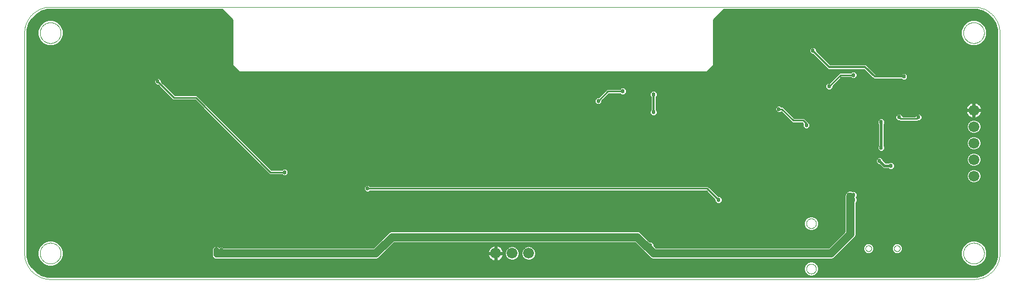
<source format=gbl>
G75*
%MOIN*%
%OFA0B0*%
%FSLAX25Y25*%
%IPPOS*%
%LPD*%
%AMOC8*
5,1,8,0,0,1.08239X$1,22.5*
%
%ADD10C,0.00000*%
%ADD11C,0.06600*%
%ADD12C,0.01000*%
%ADD13C,0.02460*%
%ADD14C,0.05000*%
%ADD15C,0.03200*%
%ADD16C,0.02400*%
%ADD17C,0.01600*%
%ADD18C,0.01200*%
D10*
X0017248Y0009374D02*
X0576303Y0009374D01*
X0570004Y0025122D02*
X0570006Y0025280D01*
X0570012Y0025438D01*
X0570022Y0025596D01*
X0570036Y0025754D01*
X0570054Y0025911D01*
X0570075Y0026068D01*
X0570101Y0026224D01*
X0570131Y0026380D01*
X0570164Y0026535D01*
X0570202Y0026688D01*
X0570243Y0026841D01*
X0570288Y0026993D01*
X0570337Y0027144D01*
X0570390Y0027293D01*
X0570446Y0027441D01*
X0570506Y0027587D01*
X0570570Y0027732D01*
X0570638Y0027875D01*
X0570709Y0028017D01*
X0570783Y0028157D01*
X0570861Y0028294D01*
X0570943Y0028430D01*
X0571027Y0028564D01*
X0571116Y0028695D01*
X0571207Y0028824D01*
X0571302Y0028951D01*
X0571399Y0029076D01*
X0571500Y0029198D01*
X0571604Y0029317D01*
X0571711Y0029434D01*
X0571821Y0029548D01*
X0571934Y0029659D01*
X0572049Y0029768D01*
X0572167Y0029873D01*
X0572288Y0029975D01*
X0572411Y0030075D01*
X0572537Y0030171D01*
X0572665Y0030264D01*
X0572795Y0030354D01*
X0572928Y0030440D01*
X0573063Y0030524D01*
X0573199Y0030603D01*
X0573338Y0030680D01*
X0573479Y0030752D01*
X0573621Y0030822D01*
X0573765Y0030887D01*
X0573911Y0030949D01*
X0574058Y0031007D01*
X0574207Y0031062D01*
X0574357Y0031113D01*
X0574508Y0031160D01*
X0574660Y0031203D01*
X0574813Y0031242D01*
X0574968Y0031278D01*
X0575123Y0031309D01*
X0575279Y0031337D01*
X0575435Y0031361D01*
X0575592Y0031381D01*
X0575750Y0031397D01*
X0575907Y0031409D01*
X0576066Y0031417D01*
X0576224Y0031421D01*
X0576382Y0031421D01*
X0576540Y0031417D01*
X0576699Y0031409D01*
X0576856Y0031397D01*
X0577014Y0031381D01*
X0577171Y0031361D01*
X0577327Y0031337D01*
X0577483Y0031309D01*
X0577638Y0031278D01*
X0577793Y0031242D01*
X0577946Y0031203D01*
X0578098Y0031160D01*
X0578249Y0031113D01*
X0578399Y0031062D01*
X0578548Y0031007D01*
X0578695Y0030949D01*
X0578841Y0030887D01*
X0578985Y0030822D01*
X0579127Y0030752D01*
X0579268Y0030680D01*
X0579407Y0030603D01*
X0579543Y0030524D01*
X0579678Y0030440D01*
X0579811Y0030354D01*
X0579941Y0030264D01*
X0580069Y0030171D01*
X0580195Y0030075D01*
X0580318Y0029975D01*
X0580439Y0029873D01*
X0580557Y0029768D01*
X0580672Y0029659D01*
X0580785Y0029548D01*
X0580895Y0029434D01*
X0581002Y0029317D01*
X0581106Y0029198D01*
X0581207Y0029076D01*
X0581304Y0028951D01*
X0581399Y0028824D01*
X0581490Y0028695D01*
X0581579Y0028564D01*
X0581663Y0028430D01*
X0581745Y0028294D01*
X0581823Y0028157D01*
X0581897Y0028017D01*
X0581968Y0027875D01*
X0582036Y0027732D01*
X0582100Y0027587D01*
X0582160Y0027441D01*
X0582216Y0027293D01*
X0582269Y0027144D01*
X0582318Y0026993D01*
X0582363Y0026841D01*
X0582404Y0026688D01*
X0582442Y0026535D01*
X0582475Y0026380D01*
X0582505Y0026224D01*
X0582531Y0026068D01*
X0582552Y0025911D01*
X0582570Y0025754D01*
X0582584Y0025596D01*
X0582594Y0025438D01*
X0582600Y0025280D01*
X0582602Y0025122D01*
X0582600Y0024964D01*
X0582594Y0024806D01*
X0582584Y0024648D01*
X0582570Y0024490D01*
X0582552Y0024333D01*
X0582531Y0024176D01*
X0582505Y0024020D01*
X0582475Y0023864D01*
X0582442Y0023709D01*
X0582404Y0023556D01*
X0582363Y0023403D01*
X0582318Y0023251D01*
X0582269Y0023100D01*
X0582216Y0022951D01*
X0582160Y0022803D01*
X0582100Y0022657D01*
X0582036Y0022512D01*
X0581968Y0022369D01*
X0581897Y0022227D01*
X0581823Y0022087D01*
X0581745Y0021950D01*
X0581663Y0021814D01*
X0581579Y0021680D01*
X0581490Y0021549D01*
X0581399Y0021420D01*
X0581304Y0021293D01*
X0581207Y0021168D01*
X0581106Y0021046D01*
X0581002Y0020927D01*
X0580895Y0020810D01*
X0580785Y0020696D01*
X0580672Y0020585D01*
X0580557Y0020476D01*
X0580439Y0020371D01*
X0580318Y0020269D01*
X0580195Y0020169D01*
X0580069Y0020073D01*
X0579941Y0019980D01*
X0579811Y0019890D01*
X0579678Y0019804D01*
X0579543Y0019720D01*
X0579407Y0019641D01*
X0579268Y0019564D01*
X0579127Y0019492D01*
X0578985Y0019422D01*
X0578841Y0019357D01*
X0578695Y0019295D01*
X0578548Y0019237D01*
X0578399Y0019182D01*
X0578249Y0019131D01*
X0578098Y0019084D01*
X0577946Y0019041D01*
X0577793Y0019002D01*
X0577638Y0018966D01*
X0577483Y0018935D01*
X0577327Y0018907D01*
X0577171Y0018883D01*
X0577014Y0018863D01*
X0576856Y0018847D01*
X0576699Y0018835D01*
X0576540Y0018827D01*
X0576382Y0018823D01*
X0576224Y0018823D01*
X0576066Y0018827D01*
X0575907Y0018835D01*
X0575750Y0018847D01*
X0575592Y0018863D01*
X0575435Y0018883D01*
X0575279Y0018907D01*
X0575123Y0018935D01*
X0574968Y0018966D01*
X0574813Y0019002D01*
X0574660Y0019041D01*
X0574508Y0019084D01*
X0574357Y0019131D01*
X0574207Y0019182D01*
X0574058Y0019237D01*
X0573911Y0019295D01*
X0573765Y0019357D01*
X0573621Y0019422D01*
X0573479Y0019492D01*
X0573338Y0019564D01*
X0573199Y0019641D01*
X0573063Y0019720D01*
X0572928Y0019804D01*
X0572795Y0019890D01*
X0572665Y0019980D01*
X0572537Y0020073D01*
X0572411Y0020169D01*
X0572288Y0020269D01*
X0572167Y0020371D01*
X0572049Y0020476D01*
X0571934Y0020585D01*
X0571821Y0020696D01*
X0571711Y0020810D01*
X0571604Y0020927D01*
X0571500Y0021046D01*
X0571399Y0021168D01*
X0571302Y0021293D01*
X0571207Y0021420D01*
X0571116Y0021549D01*
X0571027Y0021680D01*
X0570943Y0021814D01*
X0570861Y0021950D01*
X0570783Y0022087D01*
X0570709Y0022227D01*
X0570638Y0022369D01*
X0570570Y0022512D01*
X0570506Y0022657D01*
X0570446Y0022803D01*
X0570390Y0022951D01*
X0570337Y0023100D01*
X0570288Y0023251D01*
X0570243Y0023403D01*
X0570202Y0023556D01*
X0570164Y0023709D01*
X0570131Y0023864D01*
X0570101Y0024020D01*
X0570075Y0024176D01*
X0570054Y0024333D01*
X0570036Y0024490D01*
X0570022Y0024648D01*
X0570012Y0024806D01*
X0570006Y0024964D01*
X0570004Y0025122D01*
X0576303Y0009374D02*
X0576684Y0009379D01*
X0577064Y0009392D01*
X0577444Y0009415D01*
X0577823Y0009448D01*
X0578201Y0009489D01*
X0578578Y0009539D01*
X0578954Y0009599D01*
X0579329Y0009667D01*
X0579701Y0009745D01*
X0580072Y0009832D01*
X0580440Y0009927D01*
X0580806Y0010032D01*
X0581169Y0010145D01*
X0581530Y0010267D01*
X0581887Y0010397D01*
X0582241Y0010537D01*
X0582592Y0010684D01*
X0582939Y0010841D01*
X0583282Y0011005D01*
X0583621Y0011178D01*
X0583956Y0011359D01*
X0584287Y0011548D01*
X0584612Y0011745D01*
X0584933Y0011949D01*
X0585249Y0012162D01*
X0585559Y0012382D01*
X0585865Y0012609D01*
X0586164Y0012844D01*
X0586458Y0013086D01*
X0586746Y0013334D01*
X0587028Y0013590D01*
X0587303Y0013853D01*
X0587572Y0014122D01*
X0587835Y0014397D01*
X0588091Y0014679D01*
X0588339Y0014967D01*
X0588581Y0015261D01*
X0588816Y0015560D01*
X0589043Y0015866D01*
X0589263Y0016176D01*
X0589476Y0016492D01*
X0589680Y0016813D01*
X0589877Y0017138D01*
X0590066Y0017469D01*
X0590247Y0017804D01*
X0590420Y0018143D01*
X0590584Y0018486D01*
X0590741Y0018833D01*
X0590888Y0019184D01*
X0591028Y0019538D01*
X0591158Y0019895D01*
X0591280Y0020256D01*
X0591393Y0020619D01*
X0591498Y0020985D01*
X0591593Y0021353D01*
X0591680Y0021724D01*
X0591758Y0022096D01*
X0591826Y0022471D01*
X0591886Y0022847D01*
X0591936Y0023224D01*
X0591977Y0023602D01*
X0592010Y0023981D01*
X0592033Y0024361D01*
X0592046Y0024741D01*
X0592051Y0025122D01*
X0592051Y0158980D01*
X0570004Y0158980D02*
X0570006Y0159138D01*
X0570012Y0159296D01*
X0570022Y0159454D01*
X0570036Y0159612D01*
X0570054Y0159769D01*
X0570075Y0159926D01*
X0570101Y0160082D01*
X0570131Y0160238D01*
X0570164Y0160393D01*
X0570202Y0160546D01*
X0570243Y0160699D01*
X0570288Y0160851D01*
X0570337Y0161002D01*
X0570390Y0161151D01*
X0570446Y0161299D01*
X0570506Y0161445D01*
X0570570Y0161590D01*
X0570638Y0161733D01*
X0570709Y0161875D01*
X0570783Y0162015D01*
X0570861Y0162152D01*
X0570943Y0162288D01*
X0571027Y0162422D01*
X0571116Y0162553D01*
X0571207Y0162682D01*
X0571302Y0162809D01*
X0571399Y0162934D01*
X0571500Y0163056D01*
X0571604Y0163175D01*
X0571711Y0163292D01*
X0571821Y0163406D01*
X0571934Y0163517D01*
X0572049Y0163626D01*
X0572167Y0163731D01*
X0572288Y0163833D01*
X0572411Y0163933D01*
X0572537Y0164029D01*
X0572665Y0164122D01*
X0572795Y0164212D01*
X0572928Y0164298D01*
X0573063Y0164382D01*
X0573199Y0164461D01*
X0573338Y0164538D01*
X0573479Y0164610D01*
X0573621Y0164680D01*
X0573765Y0164745D01*
X0573911Y0164807D01*
X0574058Y0164865D01*
X0574207Y0164920D01*
X0574357Y0164971D01*
X0574508Y0165018D01*
X0574660Y0165061D01*
X0574813Y0165100D01*
X0574968Y0165136D01*
X0575123Y0165167D01*
X0575279Y0165195D01*
X0575435Y0165219D01*
X0575592Y0165239D01*
X0575750Y0165255D01*
X0575907Y0165267D01*
X0576066Y0165275D01*
X0576224Y0165279D01*
X0576382Y0165279D01*
X0576540Y0165275D01*
X0576699Y0165267D01*
X0576856Y0165255D01*
X0577014Y0165239D01*
X0577171Y0165219D01*
X0577327Y0165195D01*
X0577483Y0165167D01*
X0577638Y0165136D01*
X0577793Y0165100D01*
X0577946Y0165061D01*
X0578098Y0165018D01*
X0578249Y0164971D01*
X0578399Y0164920D01*
X0578548Y0164865D01*
X0578695Y0164807D01*
X0578841Y0164745D01*
X0578985Y0164680D01*
X0579127Y0164610D01*
X0579268Y0164538D01*
X0579407Y0164461D01*
X0579543Y0164382D01*
X0579678Y0164298D01*
X0579811Y0164212D01*
X0579941Y0164122D01*
X0580069Y0164029D01*
X0580195Y0163933D01*
X0580318Y0163833D01*
X0580439Y0163731D01*
X0580557Y0163626D01*
X0580672Y0163517D01*
X0580785Y0163406D01*
X0580895Y0163292D01*
X0581002Y0163175D01*
X0581106Y0163056D01*
X0581207Y0162934D01*
X0581304Y0162809D01*
X0581399Y0162682D01*
X0581490Y0162553D01*
X0581579Y0162422D01*
X0581663Y0162288D01*
X0581745Y0162152D01*
X0581823Y0162015D01*
X0581897Y0161875D01*
X0581968Y0161733D01*
X0582036Y0161590D01*
X0582100Y0161445D01*
X0582160Y0161299D01*
X0582216Y0161151D01*
X0582269Y0161002D01*
X0582318Y0160851D01*
X0582363Y0160699D01*
X0582404Y0160546D01*
X0582442Y0160393D01*
X0582475Y0160238D01*
X0582505Y0160082D01*
X0582531Y0159926D01*
X0582552Y0159769D01*
X0582570Y0159612D01*
X0582584Y0159454D01*
X0582594Y0159296D01*
X0582600Y0159138D01*
X0582602Y0158980D01*
X0582600Y0158822D01*
X0582594Y0158664D01*
X0582584Y0158506D01*
X0582570Y0158348D01*
X0582552Y0158191D01*
X0582531Y0158034D01*
X0582505Y0157878D01*
X0582475Y0157722D01*
X0582442Y0157567D01*
X0582404Y0157414D01*
X0582363Y0157261D01*
X0582318Y0157109D01*
X0582269Y0156958D01*
X0582216Y0156809D01*
X0582160Y0156661D01*
X0582100Y0156515D01*
X0582036Y0156370D01*
X0581968Y0156227D01*
X0581897Y0156085D01*
X0581823Y0155945D01*
X0581745Y0155808D01*
X0581663Y0155672D01*
X0581579Y0155538D01*
X0581490Y0155407D01*
X0581399Y0155278D01*
X0581304Y0155151D01*
X0581207Y0155026D01*
X0581106Y0154904D01*
X0581002Y0154785D01*
X0580895Y0154668D01*
X0580785Y0154554D01*
X0580672Y0154443D01*
X0580557Y0154334D01*
X0580439Y0154229D01*
X0580318Y0154127D01*
X0580195Y0154027D01*
X0580069Y0153931D01*
X0579941Y0153838D01*
X0579811Y0153748D01*
X0579678Y0153662D01*
X0579543Y0153578D01*
X0579407Y0153499D01*
X0579268Y0153422D01*
X0579127Y0153350D01*
X0578985Y0153280D01*
X0578841Y0153215D01*
X0578695Y0153153D01*
X0578548Y0153095D01*
X0578399Y0153040D01*
X0578249Y0152989D01*
X0578098Y0152942D01*
X0577946Y0152899D01*
X0577793Y0152860D01*
X0577638Y0152824D01*
X0577483Y0152793D01*
X0577327Y0152765D01*
X0577171Y0152741D01*
X0577014Y0152721D01*
X0576856Y0152705D01*
X0576699Y0152693D01*
X0576540Y0152685D01*
X0576382Y0152681D01*
X0576224Y0152681D01*
X0576066Y0152685D01*
X0575907Y0152693D01*
X0575750Y0152705D01*
X0575592Y0152721D01*
X0575435Y0152741D01*
X0575279Y0152765D01*
X0575123Y0152793D01*
X0574968Y0152824D01*
X0574813Y0152860D01*
X0574660Y0152899D01*
X0574508Y0152942D01*
X0574357Y0152989D01*
X0574207Y0153040D01*
X0574058Y0153095D01*
X0573911Y0153153D01*
X0573765Y0153215D01*
X0573621Y0153280D01*
X0573479Y0153350D01*
X0573338Y0153422D01*
X0573199Y0153499D01*
X0573063Y0153578D01*
X0572928Y0153662D01*
X0572795Y0153748D01*
X0572665Y0153838D01*
X0572537Y0153931D01*
X0572411Y0154027D01*
X0572288Y0154127D01*
X0572167Y0154229D01*
X0572049Y0154334D01*
X0571934Y0154443D01*
X0571821Y0154554D01*
X0571711Y0154668D01*
X0571604Y0154785D01*
X0571500Y0154904D01*
X0571399Y0155026D01*
X0571302Y0155151D01*
X0571207Y0155278D01*
X0571116Y0155407D01*
X0571027Y0155538D01*
X0570943Y0155672D01*
X0570861Y0155808D01*
X0570783Y0155945D01*
X0570709Y0156085D01*
X0570638Y0156227D01*
X0570570Y0156370D01*
X0570506Y0156515D01*
X0570446Y0156661D01*
X0570390Y0156809D01*
X0570337Y0156958D01*
X0570288Y0157109D01*
X0570243Y0157261D01*
X0570202Y0157414D01*
X0570164Y0157567D01*
X0570131Y0157722D01*
X0570101Y0157878D01*
X0570075Y0158034D01*
X0570054Y0158191D01*
X0570036Y0158348D01*
X0570022Y0158506D01*
X0570012Y0158664D01*
X0570006Y0158822D01*
X0570004Y0158980D01*
X0576303Y0174728D02*
X0576684Y0174723D01*
X0577064Y0174710D01*
X0577444Y0174687D01*
X0577823Y0174654D01*
X0578201Y0174613D01*
X0578578Y0174563D01*
X0578954Y0174503D01*
X0579329Y0174435D01*
X0579701Y0174357D01*
X0580072Y0174270D01*
X0580440Y0174175D01*
X0580806Y0174070D01*
X0581169Y0173957D01*
X0581530Y0173835D01*
X0581887Y0173705D01*
X0582241Y0173565D01*
X0582592Y0173418D01*
X0582939Y0173261D01*
X0583282Y0173097D01*
X0583621Y0172924D01*
X0583956Y0172743D01*
X0584287Y0172554D01*
X0584612Y0172357D01*
X0584933Y0172153D01*
X0585249Y0171940D01*
X0585559Y0171720D01*
X0585865Y0171493D01*
X0586164Y0171258D01*
X0586458Y0171016D01*
X0586746Y0170768D01*
X0587028Y0170512D01*
X0587303Y0170249D01*
X0587572Y0169980D01*
X0587835Y0169705D01*
X0588091Y0169423D01*
X0588339Y0169135D01*
X0588581Y0168841D01*
X0588816Y0168542D01*
X0589043Y0168236D01*
X0589263Y0167926D01*
X0589476Y0167610D01*
X0589680Y0167289D01*
X0589877Y0166964D01*
X0590066Y0166633D01*
X0590247Y0166298D01*
X0590420Y0165959D01*
X0590584Y0165616D01*
X0590741Y0165269D01*
X0590888Y0164918D01*
X0591028Y0164564D01*
X0591158Y0164207D01*
X0591280Y0163846D01*
X0591393Y0163483D01*
X0591498Y0163117D01*
X0591593Y0162749D01*
X0591680Y0162378D01*
X0591758Y0162006D01*
X0591826Y0161631D01*
X0591886Y0161255D01*
X0591936Y0160878D01*
X0591977Y0160500D01*
X0592010Y0160121D01*
X0592033Y0159741D01*
X0592046Y0159361D01*
X0592051Y0158980D01*
X0576303Y0174728D02*
X0017248Y0174728D01*
X0010949Y0158980D02*
X0010951Y0159138D01*
X0010957Y0159296D01*
X0010967Y0159454D01*
X0010981Y0159612D01*
X0010999Y0159769D01*
X0011020Y0159926D01*
X0011046Y0160082D01*
X0011076Y0160238D01*
X0011109Y0160393D01*
X0011147Y0160546D01*
X0011188Y0160699D01*
X0011233Y0160851D01*
X0011282Y0161002D01*
X0011335Y0161151D01*
X0011391Y0161299D01*
X0011451Y0161445D01*
X0011515Y0161590D01*
X0011583Y0161733D01*
X0011654Y0161875D01*
X0011728Y0162015D01*
X0011806Y0162152D01*
X0011888Y0162288D01*
X0011972Y0162422D01*
X0012061Y0162553D01*
X0012152Y0162682D01*
X0012247Y0162809D01*
X0012344Y0162934D01*
X0012445Y0163056D01*
X0012549Y0163175D01*
X0012656Y0163292D01*
X0012766Y0163406D01*
X0012879Y0163517D01*
X0012994Y0163626D01*
X0013112Y0163731D01*
X0013233Y0163833D01*
X0013356Y0163933D01*
X0013482Y0164029D01*
X0013610Y0164122D01*
X0013740Y0164212D01*
X0013873Y0164298D01*
X0014008Y0164382D01*
X0014144Y0164461D01*
X0014283Y0164538D01*
X0014424Y0164610D01*
X0014566Y0164680D01*
X0014710Y0164745D01*
X0014856Y0164807D01*
X0015003Y0164865D01*
X0015152Y0164920D01*
X0015302Y0164971D01*
X0015453Y0165018D01*
X0015605Y0165061D01*
X0015758Y0165100D01*
X0015913Y0165136D01*
X0016068Y0165167D01*
X0016224Y0165195D01*
X0016380Y0165219D01*
X0016537Y0165239D01*
X0016695Y0165255D01*
X0016852Y0165267D01*
X0017011Y0165275D01*
X0017169Y0165279D01*
X0017327Y0165279D01*
X0017485Y0165275D01*
X0017644Y0165267D01*
X0017801Y0165255D01*
X0017959Y0165239D01*
X0018116Y0165219D01*
X0018272Y0165195D01*
X0018428Y0165167D01*
X0018583Y0165136D01*
X0018738Y0165100D01*
X0018891Y0165061D01*
X0019043Y0165018D01*
X0019194Y0164971D01*
X0019344Y0164920D01*
X0019493Y0164865D01*
X0019640Y0164807D01*
X0019786Y0164745D01*
X0019930Y0164680D01*
X0020072Y0164610D01*
X0020213Y0164538D01*
X0020352Y0164461D01*
X0020488Y0164382D01*
X0020623Y0164298D01*
X0020756Y0164212D01*
X0020886Y0164122D01*
X0021014Y0164029D01*
X0021140Y0163933D01*
X0021263Y0163833D01*
X0021384Y0163731D01*
X0021502Y0163626D01*
X0021617Y0163517D01*
X0021730Y0163406D01*
X0021840Y0163292D01*
X0021947Y0163175D01*
X0022051Y0163056D01*
X0022152Y0162934D01*
X0022249Y0162809D01*
X0022344Y0162682D01*
X0022435Y0162553D01*
X0022524Y0162422D01*
X0022608Y0162288D01*
X0022690Y0162152D01*
X0022768Y0162015D01*
X0022842Y0161875D01*
X0022913Y0161733D01*
X0022981Y0161590D01*
X0023045Y0161445D01*
X0023105Y0161299D01*
X0023161Y0161151D01*
X0023214Y0161002D01*
X0023263Y0160851D01*
X0023308Y0160699D01*
X0023349Y0160546D01*
X0023387Y0160393D01*
X0023420Y0160238D01*
X0023450Y0160082D01*
X0023476Y0159926D01*
X0023497Y0159769D01*
X0023515Y0159612D01*
X0023529Y0159454D01*
X0023539Y0159296D01*
X0023545Y0159138D01*
X0023547Y0158980D01*
X0023545Y0158822D01*
X0023539Y0158664D01*
X0023529Y0158506D01*
X0023515Y0158348D01*
X0023497Y0158191D01*
X0023476Y0158034D01*
X0023450Y0157878D01*
X0023420Y0157722D01*
X0023387Y0157567D01*
X0023349Y0157414D01*
X0023308Y0157261D01*
X0023263Y0157109D01*
X0023214Y0156958D01*
X0023161Y0156809D01*
X0023105Y0156661D01*
X0023045Y0156515D01*
X0022981Y0156370D01*
X0022913Y0156227D01*
X0022842Y0156085D01*
X0022768Y0155945D01*
X0022690Y0155808D01*
X0022608Y0155672D01*
X0022524Y0155538D01*
X0022435Y0155407D01*
X0022344Y0155278D01*
X0022249Y0155151D01*
X0022152Y0155026D01*
X0022051Y0154904D01*
X0021947Y0154785D01*
X0021840Y0154668D01*
X0021730Y0154554D01*
X0021617Y0154443D01*
X0021502Y0154334D01*
X0021384Y0154229D01*
X0021263Y0154127D01*
X0021140Y0154027D01*
X0021014Y0153931D01*
X0020886Y0153838D01*
X0020756Y0153748D01*
X0020623Y0153662D01*
X0020488Y0153578D01*
X0020352Y0153499D01*
X0020213Y0153422D01*
X0020072Y0153350D01*
X0019930Y0153280D01*
X0019786Y0153215D01*
X0019640Y0153153D01*
X0019493Y0153095D01*
X0019344Y0153040D01*
X0019194Y0152989D01*
X0019043Y0152942D01*
X0018891Y0152899D01*
X0018738Y0152860D01*
X0018583Y0152824D01*
X0018428Y0152793D01*
X0018272Y0152765D01*
X0018116Y0152741D01*
X0017959Y0152721D01*
X0017801Y0152705D01*
X0017644Y0152693D01*
X0017485Y0152685D01*
X0017327Y0152681D01*
X0017169Y0152681D01*
X0017011Y0152685D01*
X0016852Y0152693D01*
X0016695Y0152705D01*
X0016537Y0152721D01*
X0016380Y0152741D01*
X0016224Y0152765D01*
X0016068Y0152793D01*
X0015913Y0152824D01*
X0015758Y0152860D01*
X0015605Y0152899D01*
X0015453Y0152942D01*
X0015302Y0152989D01*
X0015152Y0153040D01*
X0015003Y0153095D01*
X0014856Y0153153D01*
X0014710Y0153215D01*
X0014566Y0153280D01*
X0014424Y0153350D01*
X0014283Y0153422D01*
X0014144Y0153499D01*
X0014008Y0153578D01*
X0013873Y0153662D01*
X0013740Y0153748D01*
X0013610Y0153838D01*
X0013482Y0153931D01*
X0013356Y0154027D01*
X0013233Y0154127D01*
X0013112Y0154229D01*
X0012994Y0154334D01*
X0012879Y0154443D01*
X0012766Y0154554D01*
X0012656Y0154668D01*
X0012549Y0154785D01*
X0012445Y0154904D01*
X0012344Y0155026D01*
X0012247Y0155151D01*
X0012152Y0155278D01*
X0012061Y0155407D01*
X0011972Y0155538D01*
X0011888Y0155672D01*
X0011806Y0155808D01*
X0011728Y0155945D01*
X0011654Y0156085D01*
X0011583Y0156227D01*
X0011515Y0156370D01*
X0011451Y0156515D01*
X0011391Y0156661D01*
X0011335Y0156809D01*
X0011282Y0156958D01*
X0011233Y0157109D01*
X0011188Y0157261D01*
X0011147Y0157414D01*
X0011109Y0157567D01*
X0011076Y0157722D01*
X0011046Y0157878D01*
X0011020Y0158034D01*
X0010999Y0158191D01*
X0010981Y0158348D01*
X0010967Y0158506D01*
X0010957Y0158664D01*
X0010951Y0158822D01*
X0010949Y0158980D01*
X0001500Y0158980D02*
X0001505Y0159361D01*
X0001518Y0159741D01*
X0001541Y0160121D01*
X0001574Y0160500D01*
X0001615Y0160878D01*
X0001665Y0161255D01*
X0001725Y0161631D01*
X0001793Y0162006D01*
X0001871Y0162378D01*
X0001958Y0162749D01*
X0002053Y0163117D01*
X0002158Y0163483D01*
X0002271Y0163846D01*
X0002393Y0164207D01*
X0002523Y0164564D01*
X0002663Y0164918D01*
X0002810Y0165269D01*
X0002967Y0165616D01*
X0003131Y0165959D01*
X0003304Y0166298D01*
X0003485Y0166633D01*
X0003674Y0166964D01*
X0003871Y0167289D01*
X0004075Y0167610D01*
X0004288Y0167926D01*
X0004508Y0168236D01*
X0004735Y0168542D01*
X0004970Y0168841D01*
X0005212Y0169135D01*
X0005460Y0169423D01*
X0005716Y0169705D01*
X0005979Y0169980D01*
X0006248Y0170249D01*
X0006523Y0170512D01*
X0006805Y0170768D01*
X0007093Y0171016D01*
X0007387Y0171258D01*
X0007686Y0171493D01*
X0007992Y0171720D01*
X0008302Y0171940D01*
X0008618Y0172153D01*
X0008939Y0172357D01*
X0009264Y0172554D01*
X0009595Y0172743D01*
X0009930Y0172924D01*
X0010269Y0173097D01*
X0010612Y0173261D01*
X0010959Y0173418D01*
X0011310Y0173565D01*
X0011664Y0173705D01*
X0012021Y0173835D01*
X0012382Y0173957D01*
X0012745Y0174070D01*
X0013111Y0174175D01*
X0013479Y0174270D01*
X0013850Y0174357D01*
X0014222Y0174435D01*
X0014597Y0174503D01*
X0014973Y0174563D01*
X0015350Y0174613D01*
X0015728Y0174654D01*
X0016107Y0174687D01*
X0016487Y0174710D01*
X0016867Y0174723D01*
X0017248Y0174728D01*
X0001500Y0158980D02*
X0001500Y0025122D01*
X0010949Y0025122D02*
X0010951Y0025280D01*
X0010957Y0025438D01*
X0010967Y0025596D01*
X0010981Y0025754D01*
X0010999Y0025911D01*
X0011020Y0026068D01*
X0011046Y0026224D01*
X0011076Y0026380D01*
X0011109Y0026535D01*
X0011147Y0026688D01*
X0011188Y0026841D01*
X0011233Y0026993D01*
X0011282Y0027144D01*
X0011335Y0027293D01*
X0011391Y0027441D01*
X0011451Y0027587D01*
X0011515Y0027732D01*
X0011583Y0027875D01*
X0011654Y0028017D01*
X0011728Y0028157D01*
X0011806Y0028294D01*
X0011888Y0028430D01*
X0011972Y0028564D01*
X0012061Y0028695D01*
X0012152Y0028824D01*
X0012247Y0028951D01*
X0012344Y0029076D01*
X0012445Y0029198D01*
X0012549Y0029317D01*
X0012656Y0029434D01*
X0012766Y0029548D01*
X0012879Y0029659D01*
X0012994Y0029768D01*
X0013112Y0029873D01*
X0013233Y0029975D01*
X0013356Y0030075D01*
X0013482Y0030171D01*
X0013610Y0030264D01*
X0013740Y0030354D01*
X0013873Y0030440D01*
X0014008Y0030524D01*
X0014144Y0030603D01*
X0014283Y0030680D01*
X0014424Y0030752D01*
X0014566Y0030822D01*
X0014710Y0030887D01*
X0014856Y0030949D01*
X0015003Y0031007D01*
X0015152Y0031062D01*
X0015302Y0031113D01*
X0015453Y0031160D01*
X0015605Y0031203D01*
X0015758Y0031242D01*
X0015913Y0031278D01*
X0016068Y0031309D01*
X0016224Y0031337D01*
X0016380Y0031361D01*
X0016537Y0031381D01*
X0016695Y0031397D01*
X0016852Y0031409D01*
X0017011Y0031417D01*
X0017169Y0031421D01*
X0017327Y0031421D01*
X0017485Y0031417D01*
X0017644Y0031409D01*
X0017801Y0031397D01*
X0017959Y0031381D01*
X0018116Y0031361D01*
X0018272Y0031337D01*
X0018428Y0031309D01*
X0018583Y0031278D01*
X0018738Y0031242D01*
X0018891Y0031203D01*
X0019043Y0031160D01*
X0019194Y0031113D01*
X0019344Y0031062D01*
X0019493Y0031007D01*
X0019640Y0030949D01*
X0019786Y0030887D01*
X0019930Y0030822D01*
X0020072Y0030752D01*
X0020213Y0030680D01*
X0020352Y0030603D01*
X0020488Y0030524D01*
X0020623Y0030440D01*
X0020756Y0030354D01*
X0020886Y0030264D01*
X0021014Y0030171D01*
X0021140Y0030075D01*
X0021263Y0029975D01*
X0021384Y0029873D01*
X0021502Y0029768D01*
X0021617Y0029659D01*
X0021730Y0029548D01*
X0021840Y0029434D01*
X0021947Y0029317D01*
X0022051Y0029198D01*
X0022152Y0029076D01*
X0022249Y0028951D01*
X0022344Y0028824D01*
X0022435Y0028695D01*
X0022524Y0028564D01*
X0022608Y0028430D01*
X0022690Y0028294D01*
X0022768Y0028157D01*
X0022842Y0028017D01*
X0022913Y0027875D01*
X0022981Y0027732D01*
X0023045Y0027587D01*
X0023105Y0027441D01*
X0023161Y0027293D01*
X0023214Y0027144D01*
X0023263Y0026993D01*
X0023308Y0026841D01*
X0023349Y0026688D01*
X0023387Y0026535D01*
X0023420Y0026380D01*
X0023450Y0026224D01*
X0023476Y0026068D01*
X0023497Y0025911D01*
X0023515Y0025754D01*
X0023529Y0025596D01*
X0023539Y0025438D01*
X0023545Y0025280D01*
X0023547Y0025122D01*
X0023545Y0024964D01*
X0023539Y0024806D01*
X0023529Y0024648D01*
X0023515Y0024490D01*
X0023497Y0024333D01*
X0023476Y0024176D01*
X0023450Y0024020D01*
X0023420Y0023864D01*
X0023387Y0023709D01*
X0023349Y0023556D01*
X0023308Y0023403D01*
X0023263Y0023251D01*
X0023214Y0023100D01*
X0023161Y0022951D01*
X0023105Y0022803D01*
X0023045Y0022657D01*
X0022981Y0022512D01*
X0022913Y0022369D01*
X0022842Y0022227D01*
X0022768Y0022087D01*
X0022690Y0021950D01*
X0022608Y0021814D01*
X0022524Y0021680D01*
X0022435Y0021549D01*
X0022344Y0021420D01*
X0022249Y0021293D01*
X0022152Y0021168D01*
X0022051Y0021046D01*
X0021947Y0020927D01*
X0021840Y0020810D01*
X0021730Y0020696D01*
X0021617Y0020585D01*
X0021502Y0020476D01*
X0021384Y0020371D01*
X0021263Y0020269D01*
X0021140Y0020169D01*
X0021014Y0020073D01*
X0020886Y0019980D01*
X0020756Y0019890D01*
X0020623Y0019804D01*
X0020488Y0019720D01*
X0020352Y0019641D01*
X0020213Y0019564D01*
X0020072Y0019492D01*
X0019930Y0019422D01*
X0019786Y0019357D01*
X0019640Y0019295D01*
X0019493Y0019237D01*
X0019344Y0019182D01*
X0019194Y0019131D01*
X0019043Y0019084D01*
X0018891Y0019041D01*
X0018738Y0019002D01*
X0018583Y0018966D01*
X0018428Y0018935D01*
X0018272Y0018907D01*
X0018116Y0018883D01*
X0017959Y0018863D01*
X0017801Y0018847D01*
X0017644Y0018835D01*
X0017485Y0018827D01*
X0017327Y0018823D01*
X0017169Y0018823D01*
X0017011Y0018827D01*
X0016852Y0018835D01*
X0016695Y0018847D01*
X0016537Y0018863D01*
X0016380Y0018883D01*
X0016224Y0018907D01*
X0016068Y0018935D01*
X0015913Y0018966D01*
X0015758Y0019002D01*
X0015605Y0019041D01*
X0015453Y0019084D01*
X0015302Y0019131D01*
X0015152Y0019182D01*
X0015003Y0019237D01*
X0014856Y0019295D01*
X0014710Y0019357D01*
X0014566Y0019422D01*
X0014424Y0019492D01*
X0014283Y0019564D01*
X0014144Y0019641D01*
X0014008Y0019720D01*
X0013873Y0019804D01*
X0013740Y0019890D01*
X0013610Y0019980D01*
X0013482Y0020073D01*
X0013356Y0020169D01*
X0013233Y0020269D01*
X0013112Y0020371D01*
X0012994Y0020476D01*
X0012879Y0020585D01*
X0012766Y0020696D01*
X0012656Y0020810D01*
X0012549Y0020927D01*
X0012445Y0021046D01*
X0012344Y0021168D01*
X0012247Y0021293D01*
X0012152Y0021420D01*
X0012061Y0021549D01*
X0011972Y0021680D01*
X0011888Y0021814D01*
X0011806Y0021950D01*
X0011728Y0022087D01*
X0011654Y0022227D01*
X0011583Y0022369D01*
X0011515Y0022512D01*
X0011451Y0022657D01*
X0011391Y0022803D01*
X0011335Y0022951D01*
X0011282Y0023100D01*
X0011233Y0023251D01*
X0011188Y0023403D01*
X0011147Y0023556D01*
X0011109Y0023709D01*
X0011076Y0023864D01*
X0011046Y0024020D01*
X0011020Y0024176D01*
X0010999Y0024333D01*
X0010981Y0024490D01*
X0010967Y0024648D01*
X0010957Y0024806D01*
X0010951Y0024964D01*
X0010949Y0025122D01*
X0001500Y0025122D02*
X0001505Y0024741D01*
X0001518Y0024361D01*
X0001541Y0023981D01*
X0001574Y0023602D01*
X0001615Y0023224D01*
X0001665Y0022847D01*
X0001725Y0022471D01*
X0001793Y0022096D01*
X0001871Y0021724D01*
X0001958Y0021353D01*
X0002053Y0020985D01*
X0002158Y0020619D01*
X0002271Y0020256D01*
X0002393Y0019895D01*
X0002523Y0019538D01*
X0002663Y0019184D01*
X0002810Y0018833D01*
X0002967Y0018486D01*
X0003131Y0018143D01*
X0003304Y0017804D01*
X0003485Y0017469D01*
X0003674Y0017138D01*
X0003871Y0016813D01*
X0004075Y0016492D01*
X0004288Y0016176D01*
X0004508Y0015866D01*
X0004735Y0015560D01*
X0004970Y0015261D01*
X0005212Y0014967D01*
X0005460Y0014679D01*
X0005716Y0014397D01*
X0005979Y0014122D01*
X0006248Y0013853D01*
X0006523Y0013590D01*
X0006805Y0013334D01*
X0007093Y0013086D01*
X0007387Y0012844D01*
X0007686Y0012609D01*
X0007992Y0012382D01*
X0008302Y0012162D01*
X0008618Y0011949D01*
X0008939Y0011745D01*
X0009264Y0011548D01*
X0009595Y0011359D01*
X0009930Y0011178D01*
X0010269Y0011005D01*
X0010612Y0010841D01*
X0010959Y0010684D01*
X0011310Y0010537D01*
X0011664Y0010397D01*
X0012021Y0010267D01*
X0012382Y0010145D01*
X0012745Y0010032D01*
X0013111Y0009927D01*
X0013479Y0009832D01*
X0013850Y0009745D01*
X0014222Y0009667D01*
X0014597Y0009599D01*
X0014973Y0009539D01*
X0015350Y0009489D01*
X0015728Y0009448D01*
X0016107Y0009415D01*
X0016487Y0009392D01*
X0016867Y0009379D01*
X0017248Y0009374D01*
X0474925Y0015673D02*
X0474927Y0015781D01*
X0474933Y0015890D01*
X0474943Y0015998D01*
X0474957Y0016105D01*
X0474975Y0016212D01*
X0474996Y0016319D01*
X0475022Y0016424D01*
X0475052Y0016529D01*
X0475085Y0016632D01*
X0475122Y0016734D01*
X0475163Y0016834D01*
X0475207Y0016933D01*
X0475256Y0017031D01*
X0475307Y0017126D01*
X0475362Y0017219D01*
X0475421Y0017311D01*
X0475483Y0017400D01*
X0475548Y0017487D01*
X0475616Y0017571D01*
X0475687Y0017653D01*
X0475761Y0017732D01*
X0475838Y0017808D01*
X0475918Y0017882D01*
X0476001Y0017952D01*
X0476086Y0018020D01*
X0476173Y0018084D01*
X0476263Y0018145D01*
X0476355Y0018203D01*
X0476449Y0018257D01*
X0476545Y0018308D01*
X0476642Y0018355D01*
X0476742Y0018399D01*
X0476843Y0018439D01*
X0476945Y0018475D01*
X0477048Y0018507D01*
X0477153Y0018536D01*
X0477259Y0018560D01*
X0477365Y0018581D01*
X0477472Y0018598D01*
X0477580Y0018611D01*
X0477688Y0018620D01*
X0477797Y0018625D01*
X0477905Y0018626D01*
X0478014Y0018623D01*
X0478122Y0018616D01*
X0478230Y0018605D01*
X0478337Y0018590D01*
X0478444Y0018571D01*
X0478550Y0018548D01*
X0478655Y0018522D01*
X0478760Y0018491D01*
X0478862Y0018457D01*
X0478964Y0018419D01*
X0479064Y0018377D01*
X0479163Y0018332D01*
X0479260Y0018283D01*
X0479354Y0018230D01*
X0479447Y0018174D01*
X0479538Y0018115D01*
X0479627Y0018052D01*
X0479713Y0017987D01*
X0479797Y0017918D01*
X0479878Y0017846D01*
X0479956Y0017771D01*
X0480032Y0017693D01*
X0480105Y0017612D01*
X0480175Y0017529D01*
X0480241Y0017444D01*
X0480305Y0017356D01*
X0480365Y0017265D01*
X0480422Y0017173D01*
X0480475Y0017078D01*
X0480525Y0016982D01*
X0480571Y0016884D01*
X0480614Y0016784D01*
X0480653Y0016683D01*
X0480688Y0016580D01*
X0480720Y0016477D01*
X0480747Y0016372D01*
X0480771Y0016266D01*
X0480791Y0016159D01*
X0480807Y0016052D01*
X0480819Y0015944D01*
X0480827Y0015836D01*
X0480831Y0015727D01*
X0480831Y0015619D01*
X0480827Y0015510D01*
X0480819Y0015402D01*
X0480807Y0015294D01*
X0480791Y0015187D01*
X0480771Y0015080D01*
X0480747Y0014974D01*
X0480720Y0014869D01*
X0480688Y0014766D01*
X0480653Y0014663D01*
X0480614Y0014562D01*
X0480571Y0014462D01*
X0480525Y0014364D01*
X0480475Y0014268D01*
X0480422Y0014173D01*
X0480365Y0014081D01*
X0480305Y0013990D01*
X0480241Y0013902D01*
X0480175Y0013817D01*
X0480105Y0013734D01*
X0480032Y0013653D01*
X0479956Y0013575D01*
X0479878Y0013500D01*
X0479797Y0013428D01*
X0479713Y0013359D01*
X0479627Y0013294D01*
X0479538Y0013231D01*
X0479447Y0013172D01*
X0479355Y0013116D01*
X0479260Y0013063D01*
X0479163Y0013014D01*
X0479064Y0012969D01*
X0478964Y0012927D01*
X0478862Y0012889D01*
X0478760Y0012855D01*
X0478655Y0012824D01*
X0478550Y0012798D01*
X0478444Y0012775D01*
X0478337Y0012756D01*
X0478230Y0012741D01*
X0478122Y0012730D01*
X0478014Y0012723D01*
X0477905Y0012720D01*
X0477797Y0012721D01*
X0477688Y0012726D01*
X0477580Y0012735D01*
X0477472Y0012748D01*
X0477365Y0012765D01*
X0477259Y0012786D01*
X0477153Y0012810D01*
X0477048Y0012839D01*
X0476945Y0012871D01*
X0476843Y0012907D01*
X0476742Y0012947D01*
X0476642Y0012991D01*
X0476545Y0013038D01*
X0476449Y0013089D01*
X0476355Y0013143D01*
X0476263Y0013201D01*
X0476173Y0013262D01*
X0476086Y0013326D01*
X0476001Y0013394D01*
X0475918Y0013464D01*
X0475838Y0013538D01*
X0475761Y0013614D01*
X0475687Y0013693D01*
X0475616Y0013775D01*
X0475548Y0013859D01*
X0475483Y0013946D01*
X0475421Y0014035D01*
X0475362Y0014127D01*
X0475307Y0014220D01*
X0475256Y0014315D01*
X0475207Y0014413D01*
X0475163Y0014512D01*
X0475122Y0014612D01*
X0475085Y0014714D01*
X0475052Y0014817D01*
X0475022Y0014922D01*
X0474996Y0015027D01*
X0474975Y0015134D01*
X0474957Y0015241D01*
X0474943Y0015348D01*
X0474933Y0015456D01*
X0474927Y0015565D01*
X0474925Y0015673D01*
X0510752Y0028075D02*
X0510754Y0028159D01*
X0510760Y0028242D01*
X0510770Y0028325D01*
X0510784Y0028408D01*
X0510801Y0028490D01*
X0510823Y0028571D01*
X0510848Y0028650D01*
X0510877Y0028729D01*
X0510910Y0028806D01*
X0510946Y0028881D01*
X0510986Y0028955D01*
X0511029Y0029027D01*
X0511076Y0029096D01*
X0511126Y0029163D01*
X0511179Y0029228D01*
X0511235Y0029290D01*
X0511293Y0029350D01*
X0511355Y0029407D01*
X0511419Y0029460D01*
X0511486Y0029511D01*
X0511555Y0029558D01*
X0511626Y0029603D01*
X0511699Y0029643D01*
X0511774Y0029680D01*
X0511851Y0029714D01*
X0511929Y0029744D01*
X0512008Y0029770D01*
X0512089Y0029793D01*
X0512171Y0029811D01*
X0512253Y0029826D01*
X0512336Y0029837D01*
X0512419Y0029844D01*
X0512503Y0029847D01*
X0512587Y0029846D01*
X0512670Y0029841D01*
X0512754Y0029832D01*
X0512836Y0029819D01*
X0512918Y0029803D01*
X0512999Y0029782D01*
X0513080Y0029758D01*
X0513158Y0029730D01*
X0513236Y0029698D01*
X0513312Y0029662D01*
X0513386Y0029623D01*
X0513458Y0029581D01*
X0513528Y0029535D01*
X0513596Y0029486D01*
X0513661Y0029434D01*
X0513724Y0029379D01*
X0513784Y0029321D01*
X0513842Y0029260D01*
X0513896Y0029196D01*
X0513948Y0029130D01*
X0513996Y0029062D01*
X0514041Y0028991D01*
X0514082Y0028918D01*
X0514121Y0028844D01*
X0514155Y0028768D01*
X0514186Y0028690D01*
X0514213Y0028611D01*
X0514237Y0028530D01*
X0514256Y0028449D01*
X0514272Y0028367D01*
X0514284Y0028284D01*
X0514292Y0028200D01*
X0514296Y0028117D01*
X0514296Y0028033D01*
X0514292Y0027950D01*
X0514284Y0027866D01*
X0514272Y0027783D01*
X0514256Y0027701D01*
X0514237Y0027620D01*
X0514213Y0027539D01*
X0514186Y0027460D01*
X0514155Y0027382D01*
X0514121Y0027306D01*
X0514082Y0027232D01*
X0514041Y0027159D01*
X0513996Y0027088D01*
X0513948Y0027020D01*
X0513896Y0026954D01*
X0513842Y0026890D01*
X0513784Y0026829D01*
X0513724Y0026771D01*
X0513661Y0026716D01*
X0513596Y0026664D01*
X0513528Y0026615D01*
X0513458Y0026569D01*
X0513386Y0026527D01*
X0513312Y0026488D01*
X0513236Y0026452D01*
X0513158Y0026420D01*
X0513080Y0026392D01*
X0512999Y0026368D01*
X0512918Y0026347D01*
X0512836Y0026331D01*
X0512754Y0026318D01*
X0512670Y0026309D01*
X0512587Y0026304D01*
X0512503Y0026303D01*
X0512419Y0026306D01*
X0512336Y0026313D01*
X0512253Y0026324D01*
X0512171Y0026339D01*
X0512089Y0026357D01*
X0512008Y0026380D01*
X0511929Y0026406D01*
X0511851Y0026436D01*
X0511774Y0026470D01*
X0511699Y0026507D01*
X0511626Y0026547D01*
X0511555Y0026592D01*
X0511486Y0026639D01*
X0511419Y0026690D01*
X0511355Y0026743D01*
X0511293Y0026800D01*
X0511235Y0026860D01*
X0511179Y0026922D01*
X0511126Y0026987D01*
X0511076Y0027054D01*
X0511029Y0027123D01*
X0510986Y0027195D01*
X0510946Y0027269D01*
X0510910Y0027344D01*
X0510877Y0027421D01*
X0510848Y0027500D01*
X0510823Y0027579D01*
X0510801Y0027660D01*
X0510784Y0027742D01*
X0510770Y0027825D01*
X0510760Y0027908D01*
X0510754Y0027991D01*
X0510752Y0028075D01*
X0528074Y0028075D02*
X0528076Y0028159D01*
X0528082Y0028242D01*
X0528092Y0028325D01*
X0528106Y0028408D01*
X0528123Y0028490D01*
X0528145Y0028571D01*
X0528170Y0028650D01*
X0528199Y0028729D01*
X0528232Y0028806D01*
X0528268Y0028881D01*
X0528308Y0028955D01*
X0528351Y0029027D01*
X0528398Y0029096D01*
X0528448Y0029163D01*
X0528501Y0029228D01*
X0528557Y0029290D01*
X0528615Y0029350D01*
X0528677Y0029407D01*
X0528741Y0029460D01*
X0528808Y0029511D01*
X0528877Y0029558D01*
X0528948Y0029603D01*
X0529021Y0029643D01*
X0529096Y0029680D01*
X0529173Y0029714D01*
X0529251Y0029744D01*
X0529330Y0029770D01*
X0529411Y0029793D01*
X0529493Y0029811D01*
X0529575Y0029826D01*
X0529658Y0029837D01*
X0529741Y0029844D01*
X0529825Y0029847D01*
X0529909Y0029846D01*
X0529992Y0029841D01*
X0530076Y0029832D01*
X0530158Y0029819D01*
X0530240Y0029803D01*
X0530321Y0029782D01*
X0530402Y0029758D01*
X0530480Y0029730D01*
X0530558Y0029698D01*
X0530634Y0029662D01*
X0530708Y0029623D01*
X0530780Y0029581D01*
X0530850Y0029535D01*
X0530918Y0029486D01*
X0530983Y0029434D01*
X0531046Y0029379D01*
X0531106Y0029321D01*
X0531164Y0029260D01*
X0531218Y0029196D01*
X0531270Y0029130D01*
X0531318Y0029062D01*
X0531363Y0028991D01*
X0531404Y0028918D01*
X0531443Y0028844D01*
X0531477Y0028768D01*
X0531508Y0028690D01*
X0531535Y0028611D01*
X0531559Y0028530D01*
X0531578Y0028449D01*
X0531594Y0028367D01*
X0531606Y0028284D01*
X0531614Y0028200D01*
X0531618Y0028117D01*
X0531618Y0028033D01*
X0531614Y0027950D01*
X0531606Y0027866D01*
X0531594Y0027783D01*
X0531578Y0027701D01*
X0531559Y0027620D01*
X0531535Y0027539D01*
X0531508Y0027460D01*
X0531477Y0027382D01*
X0531443Y0027306D01*
X0531404Y0027232D01*
X0531363Y0027159D01*
X0531318Y0027088D01*
X0531270Y0027020D01*
X0531218Y0026954D01*
X0531164Y0026890D01*
X0531106Y0026829D01*
X0531046Y0026771D01*
X0530983Y0026716D01*
X0530918Y0026664D01*
X0530850Y0026615D01*
X0530780Y0026569D01*
X0530708Y0026527D01*
X0530634Y0026488D01*
X0530558Y0026452D01*
X0530480Y0026420D01*
X0530402Y0026392D01*
X0530321Y0026368D01*
X0530240Y0026347D01*
X0530158Y0026331D01*
X0530076Y0026318D01*
X0529992Y0026309D01*
X0529909Y0026304D01*
X0529825Y0026303D01*
X0529741Y0026306D01*
X0529658Y0026313D01*
X0529575Y0026324D01*
X0529493Y0026339D01*
X0529411Y0026357D01*
X0529330Y0026380D01*
X0529251Y0026406D01*
X0529173Y0026436D01*
X0529096Y0026470D01*
X0529021Y0026507D01*
X0528948Y0026547D01*
X0528877Y0026592D01*
X0528808Y0026639D01*
X0528741Y0026690D01*
X0528677Y0026743D01*
X0528615Y0026800D01*
X0528557Y0026860D01*
X0528501Y0026922D01*
X0528448Y0026987D01*
X0528398Y0027054D01*
X0528351Y0027123D01*
X0528308Y0027195D01*
X0528268Y0027269D01*
X0528232Y0027344D01*
X0528199Y0027421D01*
X0528170Y0027500D01*
X0528145Y0027579D01*
X0528123Y0027660D01*
X0528106Y0027742D01*
X0528092Y0027825D01*
X0528082Y0027908D01*
X0528076Y0027991D01*
X0528074Y0028075D01*
X0474925Y0043232D02*
X0474927Y0043340D01*
X0474933Y0043449D01*
X0474943Y0043557D01*
X0474957Y0043664D01*
X0474975Y0043771D01*
X0474996Y0043878D01*
X0475022Y0043983D01*
X0475052Y0044088D01*
X0475085Y0044191D01*
X0475122Y0044293D01*
X0475163Y0044393D01*
X0475207Y0044492D01*
X0475256Y0044590D01*
X0475307Y0044685D01*
X0475362Y0044778D01*
X0475421Y0044870D01*
X0475483Y0044959D01*
X0475548Y0045046D01*
X0475616Y0045130D01*
X0475687Y0045212D01*
X0475761Y0045291D01*
X0475838Y0045367D01*
X0475918Y0045441D01*
X0476001Y0045511D01*
X0476086Y0045579D01*
X0476173Y0045643D01*
X0476263Y0045704D01*
X0476355Y0045762D01*
X0476449Y0045816D01*
X0476545Y0045867D01*
X0476642Y0045914D01*
X0476742Y0045958D01*
X0476843Y0045998D01*
X0476945Y0046034D01*
X0477048Y0046066D01*
X0477153Y0046095D01*
X0477259Y0046119D01*
X0477365Y0046140D01*
X0477472Y0046157D01*
X0477580Y0046170D01*
X0477688Y0046179D01*
X0477797Y0046184D01*
X0477905Y0046185D01*
X0478014Y0046182D01*
X0478122Y0046175D01*
X0478230Y0046164D01*
X0478337Y0046149D01*
X0478444Y0046130D01*
X0478550Y0046107D01*
X0478655Y0046081D01*
X0478760Y0046050D01*
X0478862Y0046016D01*
X0478964Y0045978D01*
X0479064Y0045936D01*
X0479163Y0045891D01*
X0479260Y0045842D01*
X0479354Y0045789D01*
X0479447Y0045733D01*
X0479538Y0045674D01*
X0479627Y0045611D01*
X0479713Y0045546D01*
X0479797Y0045477D01*
X0479878Y0045405D01*
X0479956Y0045330D01*
X0480032Y0045252D01*
X0480105Y0045171D01*
X0480175Y0045088D01*
X0480241Y0045003D01*
X0480305Y0044915D01*
X0480365Y0044824D01*
X0480422Y0044732D01*
X0480475Y0044637D01*
X0480525Y0044541D01*
X0480571Y0044443D01*
X0480614Y0044343D01*
X0480653Y0044242D01*
X0480688Y0044139D01*
X0480720Y0044036D01*
X0480747Y0043931D01*
X0480771Y0043825D01*
X0480791Y0043718D01*
X0480807Y0043611D01*
X0480819Y0043503D01*
X0480827Y0043395D01*
X0480831Y0043286D01*
X0480831Y0043178D01*
X0480827Y0043069D01*
X0480819Y0042961D01*
X0480807Y0042853D01*
X0480791Y0042746D01*
X0480771Y0042639D01*
X0480747Y0042533D01*
X0480720Y0042428D01*
X0480688Y0042325D01*
X0480653Y0042222D01*
X0480614Y0042121D01*
X0480571Y0042021D01*
X0480525Y0041923D01*
X0480475Y0041827D01*
X0480422Y0041732D01*
X0480365Y0041640D01*
X0480305Y0041549D01*
X0480241Y0041461D01*
X0480175Y0041376D01*
X0480105Y0041293D01*
X0480032Y0041212D01*
X0479956Y0041134D01*
X0479878Y0041059D01*
X0479797Y0040987D01*
X0479713Y0040918D01*
X0479627Y0040853D01*
X0479538Y0040790D01*
X0479447Y0040731D01*
X0479355Y0040675D01*
X0479260Y0040622D01*
X0479163Y0040573D01*
X0479064Y0040528D01*
X0478964Y0040486D01*
X0478862Y0040448D01*
X0478760Y0040414D01*
X0478655Y0040383D01*
X0478550Y0040357D01*
X0478444Y0040334D01*
X0478337Y0040315D01*
X0478230Y0040300D01*
X0478122Y0040289D01*
X0478014Y0040282D01*
X0477905Y0040279D01*
X0477797Y0040280D01*
X0477688Y0040285D01*
X0477580Y0040294D01*
X0477472Y0040307D01*
X0477365Y0040324D01*
X0477259Y0040345D01*
X0477153Y0040369D01*
X0477048Y0040398D01*
X0476945Y0040430D01*
X0476843Y0040466D01*
X0476742Y0040506D01*
X0476642Y0040550D01*
X0476545Y0040597D01*
X0476449Y0040648D01*
X0476355Y0040702D01*
X0476263Y0040760D01*
X0476173Y0040821D01*
X0476086Y0040885D01*
X0476001Y0040953D01*
X0475918Y0041023D01*
X0475838Y0041097D01*
X0475761Y0041173D01*
X0475687Y0041252D01*
X0475616Y0041334D01*
X0475548Y0041418D01*
X0475483Y0041505D01*
X0475421Y0041594D01*
X0475362Y0041686D01*
X0475307Y0041779D01*
X0475256Y0041874D01*
X0475207Y0041972D01*
X0475163Y0042071D01*
X0475122Y0042171D01*
X0475085Y0042273D01*
X0475052Y0042376D01*
X0475022Y0042481D01*
X0474996Y0042586D01*
X0474975Y0042693D01*
X0474957Y0042800D01*
X0474943Y0042907D01*
X0474933Y0043015D01*
X0474927Y0043124D01*
X0474925Y0043232D01*
D11*
X0576303Y0072051D03*
X0576303Y0082051D03*
X0576303Y0092051D03*
X0576303Y0102051D03*
X0576303Y0112051D03*
X0306776Y0025122D03*
X0296776Y0025122D03*
X0286776Y0025122D03*
D12*
X0015388Y0010996D02*
X0011796Y0011959D01*
X0009266Y0013419D01*
X0005545Y0017140D01*
X0004085Y0019670D01*
X0003122Y0023262D01*
X0003000Y0025122D01*
X0003000Y0158980D01*
X0003122Y0160840D01*
X0004085Y0164433D01*
X0005545Y0166962D01*
X0009266Y0170683D01*
X0011796Y0172144D01*
X0015388Y0173106D01*
X0017248Y0173228D01*
X0121110Y0173228D01*
X0127484Y0166854D01*
X0127484Y0139295D01*
X0131421Y0135358D01*
X0414886Y0135358D01*
X0418823Y0139295D01*
X0418823Y0166854D01*
X0425197Y0173228D01*
X0576303Y0173228D01*
X0578163Y0173106D01*
X0581756Y0172144D01*
X0584285Y0170683D01*
X0588006Y0166962D01*
X0589467Y0164433D01*
X0590429Y0160840D01*
X0590551Y0158980D01*
X0590551Y0025122D01*
X0590429Y0023262D01*
X0589467Y0019670D01*
X0589467Y0019670D01*
X0588006Y0017140D01*
X0584285Y0013419D01*
X0581756Y0011959D01*
X0578163Y0010996D01*
X0576303Y0010874D01*
X0017248Y0010874D01*
X0015388Y0010996D01*
X0013988Y0011371D02*
X0476629Y0011371D01*
X0476992Y0011220D02*
X0478764Y0011220D01*
X0480400Y0011898D01*
X0481653Y0013151D01*
X0482331Y0014788D01*
X0482331Y0016559D01*
X0481653Y0018196D01*
X0480400Y0019448D01*
X0478764Y0020126D01*
X0476992Y0020126D01*
X0475356Y0019448D01*
X0474103Y0018196D01*
X0473425Y0016559D01*
X0473425Y0014788D01*
X0474103Y0013151D01*
X0475356Y0011898D01*
X0476992Y0011220D01*
X0479127Y0011371D02*
X0579563Y0011371D01*
X0582467Y0012370D02*
X0480871Y0012370D01*
X0481743Y0013368D02*
X0584197Y0013368D01*
X0585233Y0014367D02*
X0482156Y0014367D01*
X0482331Y0015365D02*
X0586231Y0015365D01*
X0587230Y0016364D02*
X0482331Y0016364D01*
X0481998Y0017362D02*
X0574657Y0017362D01*
X0574752Y0017323D02*
X0577855Y0017323D01*
X0580721Y0018510D01*
X0582915Y0020704D01*
X0584102Y0023571D01*
X0584102Y0026673D01*
X0582915Y0029540D01*
X0580721Y0031734D01*
X0577855Y0032921D01*
X0574752Y0032921D01*
X0571885Y0031734D01*
X0569691Y0029540D01*
X0568504Y0026673D01*
X0568504Y0023571D01*
X0569691Y0020704D01*
X0571885Y0018510D01*
X0574752Y0017323D01*
X0572246Y0018361D02*
X0481488Y0018361D01*
X0480489Y0019359D02*
X0571036Y0019359D01*
X0570038Y0020358D02*
X0287378Y0020358D01*
X0287260Y0020358D02*
X0286291Y0020358D01*
X0286291Y0020339D02*
X0286291Y0024638D01*
X0281992Y0024638D01*
X0282094Y0023998D01*
X0282327Y0023279D01*
X0282670Y0022606D01*
X0283114Y0021995D01*
X0283649Y0021461D01*
X0284260Y0021017D01*
X0284933Y0020674D01*
X0285652Y0020440D01*
X0286291Y0020339D01*
X0286173Y0020358D02*
X0023513Y0020358D01*
X0023860Y0020704D02*
X0021666Y0018510D01*
X0018799Y0017323D01*
X0015697Y0017323D01*
X0012830Y0018510D01*
X0010636Y0020704D01*
X0009449Y0023571D01*
X0009449Y0026673D01*
X0010636Y0029540D01*
X0012830Y0031734D01*
X0015697Y0032921D01*
X0018799Y0032921D01*
X0021666Y0031734D01*
X0023860Y0029540D01*
X0025047Y0026673D01*
X0025047Y0023571D01*
X0023860Y0020704D01*
X0024130Y0021356D02*
X0283793Y0021356D01*
X0282853Y0022355D02*
X0216281Y0022355D01*
X0216081Y0022155D02*
X0225391Y0031465D01*
X0371113Y0031465D01*
X0379438Y0023139D01*
X0380423Y0022155D01*
X0381709Y0021622D01*
X0415174Y0021622D01*
X0490385Y0021622D01*
X0491672Y0022155D01*
X0503483Y0033966D01*
X0504467Y0034950D01*
X0505000Y0036237D01*
X0505000Y0055980D01*
X0505698Y0056679D01*
X0505698Y0058526D01*
X0505146Y0059079D01*
X0505698Y0059631D01*
X0505698Y0061479D01*
X0504392Y0062785D01*
X0502886Y0062785D01*
X0502196Y0063071D01*
X0500804Y0063071D01*
X0500114Y0062785D01*
X0499592Y0062785D01*
X0498286Y0061479D01*
X0498286Y0060957D01*
X0498000Y0060267D01*
X0498000Y0038383D01*
X0488239Y0028622D01*
X0383855Y0028622D01*
X0382667Y0029810D01*
X0382667Y0030967D01*
X0381361Y0032273D01*
X0380204Y0032273D01*
X0374546Y0037932D01*
X0373259Y0038465D01*
X0223245Y0038465D01*
X0221958Y0037932D01*
X0220974Y0036947D01*
X0212649Y0028622D01*
X0122217Y0028622D01*
X0121518Y0029320D01*
X0119671Y0029320D01*
X0119380Y0029029D01*
X0119115Y0029295D01*
X0118159Y0029691D01*
X0117125Y0029691D01*
X0116169Y0029295D01*
X0115438Y0028563D01*
X0115042Y0027608D01*
X0115042Y0023621D01*
X0115438Y0022665D01*
X0116169Y0021934D01*
X0117125Y0021538D01*
X0121112Y0021538D01*
X0121315Y0021622D01*
X0214795Y0021622D01*
X0216081Y0022155D01*
X0217279Y0023353D02*
X0282303Y0023353D01*
X0282038Y0024352D02*
X0218278Y0024352D01*
X0219276Y0025350D02*
X0286291Y0025350D01*
X0286291Y0025606D02*
X0286291Y0024638D01*
X0287260Y0024638D01*
X0287260Y0025606D01*
X0291559Y0025606D01*
X0291457Y0026246D01*
X0291224Y0026965D01*
X0290881Y0027638D01*
X0290437Y0028249D01*
X0289903Y0028783D01*
X0289291Y0029227D01*
X0288618Y0029570D01*
X0287900Y0029804D01*
X0287260Y0029905D01*
X0287260Y0025606D01*
X0286291Y0025606D01*
X0281992Y0025606D01*
X0282094Y0026246D01*
X0282327Y0026965D01*
X0282670Y0027638D01*
X0283114Y0028249D01*
X0283649Y0028783D01*
X0284260Y0029227D01*
X0284933Y0029570D01*
X0285652Y0029804D01*
X0286291Y0029905D01*
X0286291Y0025606D01*
X0286291Y0026349D02*
X0287260Y0026349D01*
X0287260Y0027347D02*
X0286291Y0027347D01*
X0286291Y0028346D02*
X0287260Y0028346D01*
X0287260Y0029344D02*
X0286291Y0029344D01*
X0284489Y0029344D02*
X0223270Y0029344D01*
X0222272Y0028346D02*
X0283211Y0028346D01*
X0282522Y0027347D02*
X0221273Y0027347D01*
X0220275Y0026349D02*
X0282127Y0026349D01*
X0286291Y0024352D02*
X0287260Y0024352D01*
X0287260Y0024638D02*
X0287260Y0020339D01*
X0287900Y0020440D01*
X0288618Y0020674D01*
X0289291Y0021017D01*
X0289903Y0021461D01*
X0290437Y0021995D01*
X0290881Y0022606D01*
X0291224Y0023279D01*
X0291457Y0023998D01*
X0291559Y0024638D01*
X0287260Y0024638D01*
X0287260Y0025350D02*
X0292476Y0025350D01*
X0292476Y0025977D02*
X0292476Y0024267D01*
X0293130Y0022686D01*
X0294340Y0021477D01*
X0295920Y0020822D01*
X0297631Y0020822D01*
X0299211Y0021477D01*
X0300421Y0022686D01*
X0301076Y0024267D01*
X0301076Y0025977D01*
X0300421Y0027558D01*
X0299211Y0028767D01*
X0297631Y0029422D01*
X0295920Y0029422D01*
X0294340Y0028767D01*
X0293130Y0027558D01*
X0292476Y0025977D01*
X0292629Y0026349D02*
X0291424Y0026349D01*
X0291029Y0027347D02*
X0293043Y0027347D01*
X0293918Y0028346D02*
X0290340Y0028346D01*
X0289062Y0029344D02*
X0295732Y0029344D01*
X0297819Y0029344D02*
X0305732Y0029344D01*
X0305920Y0029422D02*
X0304340Y0028767D01*
X0303130Y0027558D01*
X0302476Y0025977D01*
X0302476Y0024267D01*
X0303130Y0022686D01*
X0304340Y0021477D01*
X0305920Y0020822D01*
X0307631Y0020822D01*
X0309211Y0021477D01*
X0310421Y0022686D01*
X0311076Y0024267D01*
X0311076Y0025977D01*
X0310421Y0027558D01*
X0309211Y0028767D01*
X0307631Y0029422D01*
X0305920Y0029422D01*
X0307819Y0029344D02*
X0373234Y0029344D01*
X0374232Y0028346D02*
X0309633Y0028346D01*
X0310508Y0027347D02*
X0375231Y0027347D01*
X0376229Y0026349D02*
X0310922Y0026349D01*
X0311076Y0025350D02*
X0377228Y0025350D01*
X0378226Y0024352D02*
X0311076Y0024352D01*
X0310697Y0023353D02*
X0379225Y0023353D01*
X0380223Y0022355D02*
X0310089Y0022355D01*
X0308920Y0021356D02*
X0569421Y0021356D01*
X0569008Y0022355D02*
X0491871Y0022355D01*
X0492870Y0023353D02*
X0568594Y0023353D01*
X0568504Y0024352D02*
X0493868Y0024352D01*
X0494867Y0025350D02*
X0510621Y0025350D01*
X0510670Y0025301D02*
X0511873Y0024803D01*
X0513174Y0024803D01*
X0514377Y0025301D01*
X0515297Y0026222D01*
X0515795Y0027424D01*
X0515795Y0028726D01*
X0515297Y0029928D01*
X0514377Y0030848D01*
X0513174Y0031346D01*
X0511873Y0031346D01*
X0510670Y0030848D01*
X0509750Y0029928D01*
X0509252Y0028726D01*
X0509252Y0027424D01*
X0509750Y0026222D01*
X0510670Y0025301D01*
X0509697Y0026349D02*
X0495865Y0026349D01*
X0496864Y0027347D02*
X0509284Y0027347D01*
X0509252Y0028346D02*
X0497862Y0028346D01*
X0498861Y0029344D02*
X0509508Y0029344D01*
X0510165Y0030343D02*
X0499859Y0030343D01*
X0500858Y0031341D02*
X0511860Y0031341D01*
X0513187Y0031341D02*
X0529183Y0031341D01*
X0529196Y0031346D02*
X0527993Y0030848D01*
X0527073Y0029928D01*
X0526575Y0028726D01*
X0526575Y0027424D01*
X0527073Y0026222D01*
X0527993Y0025301D01*
X0529196Y0024803D01*
X0530497Y0024803D01*
X0531700Y0025301D01*
X0532620Y0026222D01*
X0533118Y0027424D01*
X0533118Y0028726D01*
X0532620Y0029928D01*
X0531700Y0030848D01*
X0530497Y0031346D01*
X0529196Y0031346D01*
X0530510Y0031341D02*
X0571493Y0031341D01*
X0570494Y0030343D02*
X0532205Y0030343D01*
X0532862Y0029344D02*
X0569610Y0029344D01*
X0569197Y0028346D02*
X0533118Y0028346D01*
X0533086Y0027347D02*
X0568783Y0027347D01*
X0568504Y0026349D02*
X0532673Y0026349D01*
X0531749Y0025350D02*
X0568504Y0025350D01*
X0580360Y0018361D02*
X0588711Y0018361D01*
X0589287Y0019359D02*
X0581570Y0019359D01*
X0582568Y0020358D02*
X0589651Y0020358D01*
X0589919Y0021356D02*
X0583185Y0021356D01*
X0583599Y0022355D02*
X0590186Y0022355D01*
X0590435Y0023353D02*
X0584012Y0023353D01*
X0584102Y0024352D02*
X0590501Y0024352D01*
X0590551Y0025350D02*
X0584102Y0025350D01*
X0584102Y0026349D02*
X0590551Y0026349D01*
X0590551Y0027347D02*
X0583823Y0027347D01*
X0583410Y0028346D02*
X0590551Y0028346D01*
X0590551Y0029344D02*
X0582996Y0029344D01*
X0582112Y0030343D02*
X0590551Y0030343D01*
X0590551Y0031341D02*
X0581114Y0031341D01*
X0579258Y0032340D02*
X0590551Y0032340D01*
X0590551Y0033338D02*
X0502855Y0033338D01*
X0501856Y0032340D02*
X0573348Y0032340D01*
X0590551Y0034337D02*
X0503853Y0034337D01*
X0504627Y0035335D02*
X0590551Y0035335D01*
X0590551Y0036334D02*
X0505000Y0036334D01*
X0505000Y0037332D02*
X0590551Y0037332D01*
X0590551Y0038331D02*
X0505000Y0038331D01*
X0505000Y0039329D02*
X0590551Y0039329D01*
X0590551Y0040328D02*
X0505000Y0040328D01*
X0505000Y0041326D02*
X0590551Y0041326D01*
X0590551Y0042325D02*
X0505000Y0042325D01*
X0505000Y0043323D02*
X0590551Y0043323D01*
X0590551Y0044322D02*
X0505000Y0044322D01*
X0505000Y0045320D02*
X0590551Y0045320D01*
X0590551Y0046319D02*
X0505000Y0046319D01*
X0505000Y0047317D02*
X0590551Y0047317D01*
X0590551Y0048316D02*
X0505000Y0048316D01*
X0505000Y0049314D02*
X0590551Y0049314D01*
X0590551Y0050313D02*
X0505000Y0050313D01*
X0505000Y0051311D02*
X0590551Y0051311D01*
X0590551Y0052310D02*
X0505000Y0052310D01*
X0505000Y0053309D02*
X0590551Y0053309D01*
X0590551Y0054307D02*
X0505000Y0054307D01*
X0505000Y0055306D02*
X0590551Y0055306D01*
X0590551Y0056304D02*
X0505324Y0056304D01*
X0505698Y0057303D02*
X0590551Y0057303D01*
X0590551Y0058301D02*
X0505698Y0058301D01*
X0505367Y0059300D02*
X0590551Y0059300D01*
X0590551Y0060298D02*
X0505698Y0060298D01*
X0505698Y0061297D02*
X0590551Y0061297D01*
X0590551Y0062295D02*
X0504882Y0062295D01*
X0501500Y0059571D02*
X0500516Y0060555D01*
X0499102Y0062295D02*
X0419204Y0062295D01*
X0418206Y0063294D02*
X0590551Y0063294D01*
X0590551Y0064292D02*
X0417207Y0064292D01*
X0416209Y0065291D02*
X0590551Y0065291D01*
X0590551Y0066289D02*
X0210534Y0066289D01*
X0210831Y0065992D02*
X0210101Y0066722D01*
X0208253Y0066722D01*
X0206947Y0065416D01*
X0206947Y0063568D01*
X0208253Y0062262D01*
X0210101Y0062262D01*
X0210831Y0062992D01*
X0414264Y0062992D01*
X0419546Y0057711D01*
X0419546Y0056679D01*
X0420852Y0055372D01*
X0422699Y0055372D01*
X0424005Y0056679D01*
X0424005Y0058526D01*
X0422699Y0059832D01*
X0421667Y0059832D01*
X0415507Y0065992D01*
X0210831Y0065992D01*
X0209177Y0064492D02*
X0414886Y0064492D01*
X0421776Y0057602D01*
X0423232Y0059300D02*
X0498000Y0059300D01*
X0498013Y0060298D02*
X0421201Y0060298D01*
X0420203Y0061297D02*
X0498286Y0061297D01*
X0498000Y0058301D02*
X0424005Y0058301D01*
X0424005Y0057303D02*
X0498000Y0057303D01*
X0498000Y0056304D02*
X0423631Y0056304D01*
X0419920Y0056304D02*
X0003000Y0056304D01*
X0003000Y0055306D02*
X0498000Y0055306D01*
X0498000Y0054307D02*
X0003000Y0054307D01*
X0003000Y0053309D02*
X0498000Y0053309D01*
X0498000Y0052310D02*
X0003000Y0052310D01*
X0003000Y0051311D02*
X0498000Y0051311D01*
X0498000Y0050313D02*
X0003000Y0050313D01*
X0003000Y0049314D02*
X0498000Y0049314D01*
X0498000Y0048316D02*
X0003000Y0048316D01*
X0003000Y0047317D02*
X0476105Y0047317D01*
X0475356Y0047007D02*
X0474103Y0045755D01*
X0473425Y0044118D01*
X0473425Y0042347D01*
X0474103Y0040710D01*
X0475356Y0039457D01*
X0476992Y0038780D01*
X0478764Y0038780D01*
X0480400Y0039457D01*
X0481653Y0040710D01*
X0482331Y0042347D01*
X0482331Y0044118D01*
X0481653Y0045755D01*
X0480400Y0047007D01*
X0478764Y0047685D01*
X0476992Y0047685D01*
X0475356Y0047007D01*
X0474667Y0046319D02*
X0003000Y0046319D01*
X0003000Y0045320D02*
X0473923Y0045320D01*
X0473510Y0044322D02*
X0003000Y0044322D01*
X0003000Y0043323D02*
X0473425Y0043323D01*
X0473434Y0042325D02*
X0003000Y0042325D01*
X0003000Y0041326D02*
X0473848Y0041326D01*
X0474485Y0040328D02*
X0003000Y0040328D01*
X0003000Y0039329D02*
X0475665Y0039329D01*
X0480091Y0039329D02*
X0498000Y0039329D01*
X0498000Y0040328D02*
X0481271Y0040328D01*
X0481908Y0041326D02*
X0498000Y0041326D01*
X0498000Y0042325D02*
X0482322Y0042325D01*
X0482331Y0043323D02*
X0498000Y0043323D01*
X0498000Y0044322D02*
X0482246Y0044322D01*
X0481833Y0045320D02*
X0498000Y0045320D01*
X0498000Y0046319D02*
X0481088Y0046319D01*
X0479651Y0047317D02*
X0498000Y0047317D01*
X0497948Y0038331D02*
X0373582Y0038331D01*
X0375145Y0037332D02*
X0496950Y0037332D01*
X0495951Y0036334D02*
X0376143Y0036334D01*
X0377142Y0035335D02*
X0494952Y0035335D01*
X0493954Y0034337D02*
X0378140Y0034337D01*
X0379139Y0033338D02*
X0492955Y0033338D01*
X0491957Y0032340D02*
X0380138Y0032340D01*
X0380437Y0030043D02*
X0380437Y0026106D01*
X0415870Y0025122D01*
X0383133Y0029344D02*
X0488961Y0029344D01*
X0489960Y0030343D02*
X0382667Y0030343D01*
X0382293Y0031341D02*
X0490958Y0031341D01*
X0514882Y0030343D02*
X0527488Y0030343D01*
X0526831Y0029344D02*
X0515539Y0029344D01*
X0515795Y0028346D02*
X0526575Y0028346D01*
X0526607Y0027347D02*
X0515763Y0027347D01*
X0515350Y0026349D02*
X0527020Y0026349D01*
X0527944Y0025350D02*
X0514426Y0025350D01*
X0475267Y0019359D02*
X0022515Y0019359D01*
X0021305Y0018361D02*
X0474268Y0018361D01*
X0473758Y0017362D02*
X0018894Y0017362D01*
X0015602Y0017362D02*
X0005417Y0017362D01*
X0004840Y0018361D02*
X0013191Y0018361D01*
X0011981Y0019359D02*
X0004264Y0019359D01*
X0003900Y0020358D02*
X0010983Y0020358D01*
X0010366Y0021356D02*
X0003633Y0021356D01*
X0003365Y0022355D02*
X0009952Y0022355D01*
X0009539Y0023353D02*
X0003116Y0023353D01*
X0003050Y0024352D02*
X0009449Y0024352D01*
X0009449Y0025350D02*
X0003000Y0025350D01*
X0003000Y0026349D02*
X0009449Y0026349D01*
X0009728Y0027347D02*
X0003000Y0027347D01*
X0003000Y0028346D02*
X0010142Y0028346D01*
X0010555Y0029344D02*
X0003000Y0029344D01*
X0003000Y0030343D02*
X0011439Y0030343D01*
X0012437Y0031341D02*
X0003000Y0031341D01*
X0003000Y0032340D02*
X0014293Y0032340D01*
X0020203Y0032340D02*
X0216366Y0032340D01*
X0215368Y0031341D02*
X0022059Y0031341D01*
X0023057Y0030343D02*
X0214369Y0030343D01*
X0213371Y0029344D02*
X0118995Y0029344D01*
X0116289Y0029344D02*
X0023941Y0029344D01*
X0024355Y0028346D02*
X0115347Y0028346D01*
X0115042Y0027347D02*
X0024768Y0027347D01*
X0025047Y0026349D02*
X0115042Y0026349D01*
X0115042Y0025350D02*
X0025047Y0025350D01*
X0025047Y0024352D02*
X0115042Y0024352D01*
X0115152Y0023353D02*
X0024957Y0023353D01*
X0024544Y0022355D02*
X0115748Y0022355D01*
X0217365Y0033338D02*
X0003000Y0033338D01*
X0003000Y0034337D02*
X0218363Y0034337D01*
X0219362Y0035335D02*
X0003000Y0035335D01*
X0003000Y0036334D02*
X0220360Y0036334D01*
X0221359Y0037332D02*
X0003000Y0037332D01*
X0003000Y0038331D02*
X0222922Y0038331D01*
X0225267Y0031341D02*
X0371237Y0031341D01*
X0372235Y0030343D02*
X0224269Y0030343D01*
X0286291Y0023353D02*
X0287260Y0023353D01*
X0287260Y0022355D02*
X0286291Y0022355D01*
X0286291Y0021356D02*
X0287260Y0021356D01*
X0289759Y0021356D02*
X0294631Y0021356D01*
X0293462Y0022355D02*
X0290698Y0022355D01*
X0291248Y0023353D02*
X0292854Y0023353D01*
X0292476Y0024352D02*
X0291513Y0024352D01*
X0300089Y0022355D02*
X0303462Y0022355D01*
X0302854Y0023353D02*
X0300697Y0023353D01*
X0301076Y0024352D02*
X0302476Y0024352D01*
X0302476Y0025350D02*
X0301076Y0025350D01*
X0300922Y0026349D02*
X0302629Y0026349D01*
X0303043Y0027347D02*
X0300508Y0027347D01*
X0299633Y0028346D02*
X0303918Y0028346D01*
X0304631Y0021356D02*
X0298920Y0021356D01*
X0418956Y0058301D02*
X0003000Y0058301D01*
X0003000Y0057303D02*
X0419546Y0057303D01*
X0417957Y0059300D02*
X0003000Y0059300D01*
X0003000Y0060298D02*
X0416959Y0060298D01*
X0415960Y0061297D02*
X0003000Y0061297D01*
X0003000Y0062295D02*
X0208221Y0062295D01*
X0207222Y0063294D02*
X0003000Y0063294D01*
X0003000Y0064292D02*
X0206947Y0064292D01*
X0206947Y0065291D02*
X0003000Y0065291D01*
X0003000Y0066289D02*
X0207821Y0066289D01*
X0210134Y0062295D02*
X0414962Y0062295D01*
X0516987Y0080301D02*
X0518293Y0078994D01*
X0518901Y0078994D01*
X0521424Y0076472D01*
X0524753Y0076472D01*
X0525183Y0076042D01*
X0527030Y0076042D01*
X0528336Y0077348D01*
X0528336Y0079195D01*
X0527030Y0080502D01*
X0525183Y0080502D01*
X0524753Y0080072D01*
X0522915Y0080072D01*
X0521446Y0081540D01*
X0521446Y0082148D01*
X0520140Y0083454D01*
X0518293Y0083454D01*
X0516987Y0082148D01*
X0516987Y0080301D01*
X0517019Y0080268D02*
X0146703Y0080268D01*
X0145705Y0081267D02*
X0516987Y0081267D01*
X0517104Y0082265D02*
X0144706Y0082265D01*
X0143708Y0083264D02*
X0518102Y0083264D01*
X0520331Y0083264D02*
X0572151Y0083264D01*
X0572003Y0082906D02*
X0572003Y0081196D01*
X0572658Y0079615D01*
X0573867Y0078406D01*
X0575448Y0077751D01*
X0577158Y0077751D01*
X0578739Y0078406D01*
X0579948Y0079615D01*
X0580603Y0081196D01*
X0580603Y0082906D01*
X0579948Y0084487D01*
X0578739Y0085697D01*
X0577158Y0086351D01*
X0575448Y0086351D01*
X0573867Y0085697D01*
X0572658Y0084487D01*
X0572003Y0082906D01*
X0572003Y0082265D02*
X0521329Y0082265D01*
X0521720Y0081267D02*
X0572003Y0081267D01*
X0572387Y0080268D02*
X0527263Y0080268D01*
X0528262Y0079270D02*
X0573003Y0079270D01*
X0574192Y0078271D02*
X0528336Y0078271D01*
X0528261Y0077273D02*
X0590551Y0077273D01*
X0590551Y0078271D02*
X0578414Y0078271D01*
X0579603Y0079270D02*
X0590551Y0079270D01*
X0590551Y0080268D02*
X0580219Y0080268D01*
X0580603Y0081267D02*
X0590551Y0081267D01*
X0590551Y0082265D02*
X0580603Y0082265D01*
X0580455Y0083264D02*
X0590551Y0083264D01*
X0590551Y0084262D02*
X0580042Y0084262D01*
X0579175Y0085261D02*
X0590551Y0085261D01*
X0590551Y0086259D02*
X0577380Y0086259D01*
X0577158Y0087751D02*
X0578739Y0088406D01*
X0579948Y0089615D01*
X0580603Y0091196D01*
X0580603Y0092906D01*
X0579948Y0094487D01*
X0578739Y0095697D01*
X0577158Y0096351D01*
X0575448Y0096351D01*
X0573867Y0095697D01*
X0572658Y0094487D01*
X0572003Y0092906D01*
X0572003Y0091196D01*
X0572658Y0089615D01*
X0573867Y0088406D01*
X0575448Y0087751D01*
X0577158Y0087751D01*
X0578378Y0088256D02*
X0590551Y0088256D01*
X0590551Y0087258D02*
X0521514Y0087258D01*
X0521124Y0086869D02*
X0522431Y0088175D01*
X0522431Y0090022D01*
X0522001Y0090452D01*
X0522001Y0103493D01*
X0522431Y0103923D01*
X0522431Y0105770D01*
X0521124Y0107076D01*
X0519277Y0107076D01*
X0517971Y0105770D01*
X0517971Y0103923D01*
X0518401Y0103493D01*
X0518401Y0090452D01*
X0517971Y0090022D01*
X0517971Y0088175D01*
X0519277Y0086869D01*
X0521124Y0086869D01*
X0522431Y0088256D02*
X0574228Y0088256D01*
X0573018Y0089255D02*
X0522431Y0089255D01*
X0522199Y0090253D02*
X0572394Y0090253D01*
X0572003Y0091252D02*
X0522001Y0091252D01*
X0522001Y0092250D02*
X0572003Y0092250D01*
X0572145Y0093249D02*
X0522001Y0093249D01*
X0522001Y0094247D02*
X0572559Y0094247D01*
X0573417Y0095246D02*
X0522001Y0095246D01*
X0522001Y0096245D02*
X0575190Y0096245D01*
X0575448Y0097751D02*
X0577158Y0097751D01*
X0578739Y0098406D01*
X0579948Y0099615D01*
X0580603Y0101196D01*
X0580603Y0102906D01*
X0579948Y0104487D01*
X0578739Y0105697D01*
X0577158Y0106351D01*
X0575448Y0106351D01*
X0573867Y0105697D01*
X0572658Y0104487D01*
X0572003Y0102906D01*
X0572003Y0101196D01*
X0572658Y0099615D01*
X0573867Y0098406D01*
X0575448Y0097751D01*
X0574264Y0098242D02*
X0522001Y0098242D01*
X0522001Y0099240D02*
X0573033Y0099240D01*
X0572400Y0100239D02*
X0522001Y0100239D01*
X0522001Y0101237D02*
X0572003Y0101237D01*
X0572003Y0102236D02*
X0522001Y0102236D01*
X0522001Y0103234D02*
X0572139Y0103234D01*
X0572552Y0104233D02*
X0522431Y0104233D01*
X0522431Y0105231D02*
X0573402Y0105231D01*
X0575154Y0106230D02*
X0544423Y0106230D01*
X0545068Y0106876D02*
X0543762Y0105569D01*
X0542730Y0105569D01*
X0542476Y0105315D01*
X0531390Y0105315D01*
X0531136Y0105569D01*
X0530104Y0105569D01*
X0528798Y0106876D01*
X0528798Y0108723D01*
X0530104Y0110029D01*
X0531951Y0110029D01*
X0533257Y0108723D01*
X0533257Y0108315D01*
X0540609Y0108315D01*
X0540609Y0108723D01*
X0541915Y0110029D01*
X0543762Y0110029D01*
X0545068Y0108723D01*
X0545068Y0106876D01*
X0545068Y0107228D02*
X0590551Y0107228D01*
X0590551Y0106230D02*
X0577452Y0106230D01*
X0577427Y0107369D02*
X0578146Y0107603D01*
X0578819Y0107946D01*
X0579430Y0108390D01*
X0579964Y0108924D01*
X0580408Y0109535D01*
X0580751Y0110209D01*
X0580985Y0110927D01*
X0581086Y0111567D01*
X0576787Y0111567D01*
X0576787Y0107268D01*
X0577427Y0107369D01*
X0576787Y0108227D02*
X0575819Y0108227D01*
X0575819Y0107268D02*
X0575179Y0107369D01*
X0574461Y0107603D01*
X0573787Y0107946D01*
X0573176Y0108390D01*
X0572642Y0108924D01*
X0572198Y0109535D01*
X0571855Y0110209D01*
X0571621Y0110927D01*
X0571520Y0111567D01*
X0575819Y0111567D01*
X0576787Y0111567D01*
X0576787Y0112535D01*
X0581086Y0112535D01*
X0580985Y0113175D01*
X0580751Y0113894D01*
X0580408Y0114567D01*
X0579964Y0115178D01*
X0579430Y0115712D01*
X0578819Y0116156D01*
X0578146Y0116500D01*
X0577427Y0116733D01*
X0576787Y0116834D01*
X0576787Y0112536D01*
X0575819Y0112536D01*
X0575819Y0116834D01*
X0575179Y0116733D01*
X0574461Y0116500D01*
X0573787Y0116156D01*
X0573176Y0115712D01*
X0572642Y0115178D01*
X0572198Y0114567D01*
X0571855Y0113894D01*
X0571621Y0113175D01*
X0571520Y0112535D01*
X0575819Y0112535D01*
X0575819Y0111567D01*
X0575819Y0107268D01*
X0575819Y0109225D02*
X0576787Y0109225D01*
X0576787Y0110224D02*
X0575819Y0110224D01*
X0575819Y0111222D02*
X0576787Y0111222D01*
X0576787Y0112221D02*
X0590551Y0112221D01*
X0590551Y0113219D02*
X0580971Y0113219D01*
X0580586Y0114218D02*
X0590551Y0114218D01*
X0590551Y0115216D02*
X0579926Y0115216D01*
X0578705Y0116215D02*
X0590551Y0116215D01*
X0590551Y0117213D02*
X0384005Y0117213D01*
X0384005Y0116215D02*
X0573902Y0116215D01*
X0572680Y0115216D02*
X0384005Y0115216D01*
X0384005Y0114218D02*
X0456537Y0114218D01*
X0455963Y0113644D02*
X0455963Y0111797D01*
X0457269Y0110491D01*
X0459117Y0110491D01*
X0459693Y0111067D01*
X0466430Y0104331D01*
X0472335Y0104331D01*
X0472780Y0103886D01*
X0472695Y0103802D01*
X0472695Y0101954D01*
X0474002Y0100648D01*
X0475849Y0100648D01*
X0477155Y0101954D01*
X0477155Y0103802D01*
X0475849Y0105108D01*
X0475801Y0105108D01*
X0474457Y0106452D01*
X0473578Y0107331D01*
X0467673Y0107331D01*
X0461661Y0113342D01*
X0460783Y0114220D01*
X0459846Y0114220D01*
X0459117Y0114950D01*
X0457269Y0114950D01*
X0455963Y0113644D01*
X0455963Y0113219D02*
X0384005Y0113219D01*
X0384005Y0112306D02*
X0384005Y0120025D01*
X0384635Y0120655D01*
X0384635Y0122502D01*
X0383329Y0123809D01*
X0381482Y0123809D01*
X0380176Y0122502D01*
X0380176Y0120655D01*
X0380806Y0120025D01*
X0380806Y0112306D01*
X0380176Y0111676D01*
X0380176Y0109828D01*
X0381482Y0108522D01*
X0383329Y0108522D01*
X0384635Y0109828D01*
X0384635Y0111676D01*
X0384005Y0112306D01*
X0384090Y0112221D02*
X0455963Y0112221D01*
X0456538Y0111222D02*
X0384635Y0111222D01*
X0384635Y0110224D02*
X0460537Y0110224D01*
X0461535Y0109225D02*
X0384032Y0109225D01*
X0380779Y0109225D02*
X0117747Y0109225D01*
X0118745Y0108227D02*
X0462534Y0108227D01*
X0463532Y0107228D02*
X0119744Y0107228D01*
X0120742Y0106230D02*
X0464531Y0106230D01*
X0465529Y0105231D02*
X0121741Y0105231D01*
X0122739Y0104233D02*
X0472433Y0104233D01*
X0472695Y0103234D02*
X0123738Y0103234D01*
X0124736Y0102236D02*
X0472695Y0102236D01*
X0473412Y0101237D02*
X0125735Y0101237D01*
X0126733Y0100239D02*
X0518401Y0100239D01*
X0518401Y0101237D02*
X0476438Y0101237D01*
X0477155Y0102236D02*
X0518401Y0102236D01*
X0518401Y0103234D02*
X0477155Y0103234D01*
X0476724Y0104233D02*
X0517971Y0104233D01*
X0517971Y0105231D02*
X0475678Y0105231D01*
X0474679Y0106230D02*
X0518430Y0106230D01*
X0521971Y0106230D02*
X0529444Y0106230D01*
X0528798Y0107228D02*
X0473681Y0107228D01*
X0472957Y0105831D02*
X0467051Y0105831D01*
X0460161Y0112720D01*
X0458193Y0112720D01*
X0460785Y0114218D02*
X0572020Y0114218D01*
X0571636Y0113219D02*
X0461784Y0113219D01*
X0462783Y0112221D02*
X0575819Y0112221D01*
X0575819Y0113219D02*
X0576787Y0113219D01*
X0576787Y0114218D02*
X0575819Y0114218D01*
X0575819Y0115216D02*
X0576787Y0115216D01*
X0576787Y0116215D02*
X0575819Y0116215D01*
X0590551Y0118212D02*
X0384005Y0118212D01*
X0384005Y0119210D02*
X0590551Y0119210D01*
X0590551Y0120209D02*
X0384189Y0120209D01*
X0384635Y0121207D02*
X0590551Y0121207D01*
X0590551Y0122206D02*
X0384635Y0122206D01*
X0383934Y0123204D02*
X0590551Y0123204D01*
X0590551Y0124203D02*
X0365935Y0124203D01*
X0365935Y0124471D02*
X0364628Y0125777D01*
X0362781Y0125777D01*
X0362051Y0125047D01*
X0354225Y0125047D01*
X0349050Y0119872D01*
X0348017Y0119872D01*
X0346711Y0118565D01*
X0346711Y0116718D01*
X0348017Y0115412D01*
X0349865Y0115412D01*
X0351171Y0116718D01*
X0351171Y0117750D01*
X0355468Y0122047D01*
X0362051Y0122047D01*
X0362781Y0121317D01*
X0364628Y0121317D01*
X0365935Y0122624D01*
X0365935Y0124471D01*
X0365204Y0125201D02*
X0486850Y0125201D01*
X0486475Y0125576D02*
X0486475Y0127424D01*
X0487781Y0128730D01*
X0488813Y0128730D01*
X0494973Y0134890D01*
X0501815Y0134890D01*
X0502545Y0135620D01*
X0504392Y0135620D01*
X0505698Y0134313D01*
X0505698Y0132466D01*
X0504392Y0131160D01*
X0502545Y0131160D01*
X0501815Y0131890D01*
X0496216Y0131890D01*
X0490935Y0126609D01*
X0490935Y0125576D01*
X0489628Y0124270D01*
X0487781Y0124270D01*
X0486475Y0125576D01*
X0486475Y0126200D02*
X0087583Y0126200D01*
X0086584Y0127198D02*
X0486475Y0127198D01*
X0487248Y0128197D02*
X0085586Y0128197D01*
X0084587Y0129195D02*
X0489279Y0129195D01*
X0490277Y0130194D02*
X0084439Y0130194D01*
X0084439Y0130376D02*
X0083132Y0131683D01*
X0081285Y0131683D01*
X0079979Y0130376D01*
X0079979Y0128529D01*
X0081285Y0127223D01*
X0082317Y0127223D01*
X0090551Y0118989D01*
X0091430Y0118110D01*
X0104619Y0118110D01*
X0149016Y0073713D01*
X0149894Y0072835D01*
X0157327Y0072835D01*
X0158057Y0072105D01*
X0159904Y0072105D01*
X0161210Y0073411D01*
X0161210Y0075258D01*
X0159904Y0076565D01*
X0158057Y0076565D01*
X0157327Y0075835D01*
X0151137Y0075835D01*
X0105861Y0121110D01*
X0092673Y0121110D01*
X0084439Y0129344D01*
X0084439Y0130376D01*
X0083623Y0131192D02*
X0491276Y0131192D01*
X0492274Y0132191D02*
X0003000Y0132191D01*
X0003000Y0133189D02*
X0493273Y0133189D01*
X0494271Y0134188D02*
X0003000Y0134188D01*
X0003000Y0135186D02*
X0502112Y0135186D01*
X0503469Y0133390D02*
X0495594Y0133390D01*
X0488705Y0126500D01*
X0490935Y0126200D02*
X0590551Y0126200D01*
X0590551Y0127198D02*
X0491524Y0127198D01*
X0492523Y0128197D02*
X0590551Y0128197D01*
X0590551Y0129195D02*
X0493521Y0129195D01*
X0494520Y0130194D02*
X0533038Y0130194D01*
X0533057Y0130176D02*
X0534904Y0130176D01*
X0536210Y0131482D01*
X0536210Y0133329D01*
X0534904Y0134635D01*
X0533057Y0134635D01*
X0532427Y0134005D01*
X0516927Y0134005D01*
X0511958Y0138974D01*
X0511021Y0139911D01*
X0489367Y0139911D01*
X0481092Y0148186D01*
X0481092Y0149077D01*
X0479786Y0150383D01*
X0477939Y0150383D01*
X0476632Y0149077D01*
X0476632Y0147230D01*
X0477939Y0145924D01*
X0478829Y0145924D01*
X0488042Y0136711D01*
X0509696Y0136711D01*
X0515601Y0130806D01*
X0532427Y0130806D01*
X0533057Y0130176D01*
X0534922Y0130194D02*
X0590551Y0130194D01*
X0590551Y0131192D02*
X0535921Y0131192D01*
X0536210Y0132191D02*
X0590551Y0132191D01*
X0590551Y0133189D02*
X0536210Y0133189D01*
X0535351Y0134188D02*
X0590551Y0134188D01*
X0590551Y0135186D02*
X0515746Y0135186D01*
X0516744Y0134188D02*
X0532609Y0134188D01*
X0515214Y0131192D02*
X0504425Y0131192D01*
X0505423Y0132191D02*
X0514216Y0132191D01*
X0513217Y0133189D02*
X0505698Y0133189D01*
X0505698Y0134188D02*
X0512219Y0134188D01*
X0511220Y0135186D02*
X0504825Y0135186D01*
X0510222Y0136185D02*
X0415713Y0136185D01*
X0416711Y0137183D02*
X0487570Y0137183D01*
X0486571Y0138182D02*
X0417710Y0138182D01*
X0418708Y0139180D02*
X0485573Y0139180D01*
X0484574Y0140179D02*
X0418823Y0140179D01*
X0418823Y0141178D02*
X0483575Y0141178D01*
X0482577Y0142176D02*
X0418823Y0142176D01*
X0418823Y0143175D02*
X0481578Y0143175D01*
X0480580Y0144173D02*
X0418823Y0144173D01*
X0418823Y0145172D02*
X0479581Y0145172D01*
X0477692Y0146170D02*
X0418823Y0146170D01*
X0418823Y0147169D02*
X0476694Y0147169D01*
X0476632Y0148167D02*
X0418823Y0148167D01*
X0418823Y0149166D02*
X0476721Y0149166D01*
X0477719Y0150164D02*
X0418823Y0150164D01*
X0418823Y0151163D02*
X0590551Y0151163D01*
X0590551Y0152161D02*
X0580221Y0152161D01*
X0580721Y0152368D02*
X0577855Y0151181D01*
X0574752Y0151181D01*
X0571885Y0152368D01*
X0569691Y0154562D01*
X0568504Y0157429D01*
X0568504Y0160532D01*
X0569691Y0163398D01*
X0571885Y0165592D01*
X0574752Y0166780D01*
X0577855Y0166780D01*
X0580721Y0165592D01*
X0582915Y0163398D01*
X0584102Y0160532D01*
X0584102Y0157429D01*
X0582915Y0154562D01*
X0580721Y0152368D01*
X0581512Y0153160D02*
X0590551Y0153160D01*
X0590551Y0154158D02*
X0582511Y0154158D01*
X0583161Y0155157D02*
X0590551Y0155157D01*
X0590551Y0156155D02*
X0583575Y0156155D01*
X0583988Y0157154D02*
X0590551Y0157154D01*
X0590551Y0158152D02*
X0584102Y0158152D01*
X0584102Y0159151D02*
X0590540Y0159151D01*
X0590475Y0160149D02*
X0584102Y0160149D01*
X0583847Y0161148D02*
X0590347Y0161148D01*
X0590079Y0162146D02*
X0583434Y0162146D01*
X0583020Y0163145D02*
X0589812Y0163145D01*
X0589544Y0164143D02*
X0582170Y0164143D01*
X0581171Y0165142D02*
X0589057Y0165142D01*
X0588481Y0166140D02*
X0579398Y0166140D01*
X0573209Y0166140D02*
X0418823Y0166140D01*
X0418823Y0165142D02*
X0571435Y0165142D01*
X0570436Y0164143D02*
X0418823Y0164143D01*
X0418823Y0163145D02*
X0569586Y0163145D01*
X0569173Y0162146D02*
X0418823Y0162146D01*
X0418823Y0161148D02*
X0568759Y0161148D01*
X0568504Y0160149D02*
X0418823Y0160149D01*
X0418823Y0159151D02*
X0568504Y0159151D01*
X0568504Y0158152D02*
X0418823Y0158152D01*
X0418823Y0157154D02*
X0568618Y0157154D01*
X0569032Y0156155D02*
X0418823Y0156155D01*
X0418823Y0155157D02*
X0569445Y0155157D01*
X0570096Y0154158D02*
X0418823Y0154158D01*
X0418823Y0153160D02*
X0571094Y0153160D01*
X0572386Y0152161D02*
X0418823Y0152161D01*
X0419107Y0167139D02*
X0587830Y0167139D01*
X0586831Y0168137D02*
X0420106Y0168137D01*
X0421104Y0169136D02*
X0585833Y0169136D01*
X0584834Y0170134D02*
X0422103Y0170134D01*
X0423101Y0171133D02*
X0583507Y0171133D01*
X0581777Y0172131D02*
X0424100Y0172131D01*
X0425098Y0173130D02*
X0577805Y0173130D01*
X0590551Y0150164D02*
X0480005Y0150164D01*
X0481004Y0149166D02*
X0590551Y0149166D01*
X0590551Y0148167D02*
X0481111Y0148167D01*
X0482110Y0147169D02*
X0590551Y0147169D01*
X0590551Y0146170D02*
X0483108Y0146170D01*
X0484107Y0145172D02*
X0590551Y0145172D01*
X0590551Y0144173D02*
X0485105Y0144173D01*
X0486104Y0143175D02*
X0590551Y0143175D01*
X0590551Y0142176D02*
X0487102Y0142176D01*
X0488101Y0141178D02*
X0590551Y0141178D01*
X0590551Y0140179D02*
X0489099Y0140179D01*
X0511752Y0139180D02*
X0590551Y0139180D01*
X0590551Y0138182D02*
X0512750Y0138182D01*
X0513749Y0137183D02*
X0590551Y0137183D01*
X0590551Y0136185D02*
X0514747Y0136185D01*
X0502512Y0131192D02*
X0495518Y0131192D01*
X0490560Y0125201D02*
X0590551Y0125201D01*
X0590551Y0111222D02*
X0581032Y0111222D01*
X0580756Y0110224D02*
X0590551Y0110224D01*
X0590551Y0109225D02*
X0580183Y0109225D01*
X0579205Y0108227D02*
X0590551Y0108227D01*
X0590551Y0105231D02*
X0579204Y0105231D01*
X0580054Y0104233D02*
X0590551Y0104233D01*
X0590551Y0103234D02*
X0580467Y0103234D01*
X0580603Y0102236D02*
X0590551Y0102236D01*
X0590551Y0101237D02*
X0580603Y0101237D01*
X0580207Y0100239D02*
X0590551Y0100239D01*
X0590551Y0099240D02*
X0579573Y0099240D01*
X0578342Y0098242D02*
X0590551Y0098242D01*
X0590551Y0097243D02*
X0522001Y0097243D01*
X0518401Y0097243D02*
X0129729Y0097243D01*
X0130727Y0096245D02*
X0518401Y0096245D01*
X0518401Y0095246D02*
X0131726Y0095246D01*
X0132724Y0094247D02*
X0518401Y0094247D01*
X0518401Y0093249D02*
X0133723Y0093249D01*
X0134721Y0092250D02*
X0518401Y0092250D01*
X0518401Y0091252D02*
X0135720Y0091252D01*
X0136718Y0090253D02*
X0518202Y0090253D01*
X0517971Y0089255D02*
X0137717Y0089255D01*
X0138715Y0088256D02*
X0517971Y0088256D01*
X0518888Y0087258D02*
X0139714Y0087258D01*
X0140712Y0086259D02*
X0575226Y0086259D01*
X0573432Y0085261D02*
X0141711Y0085261D01*
X0142709Y0084262D02*
X0572565Y0084262D01*
X0579588Y0089255D02*
X0590551Y0089255D01*
X0590551Y0090253D02*
X0580213Y0090253D01*
X0580603Y0091252D02*
X0590551Y0091252D01*
X0590551Y0092250D02*
X0580603Y0092250D01*
X0580461Y0093249D02*
X0590551Y0093249D01*
X0590551Y0094247D02*
X0580048Y0094247D01*
X0579189Y0095246D02*
X0590551Y0095246D01*
X0590551Y0096245D02*
X0577416Y0096245D01*
X0542839Y0107799D02*
X0541854Y0106815D01*
X0532012Y0106815D01*
X0531028Y0107799D01*
X0532755Y0109225D02*
X0541111Y0109225D01*
X0544566Y0109225D02*
X0572423Y0109225D01*
X0571850Y0110224D02*
X0464780Y0110224D01*
X0465778Y0109225D02*
X0529300Y0109225D01*
X0528798Y0108227D02*
X0466777Y0108227D01*
X0463781Y0111222D02*
X0571575Y0111222D01*
X0573401Y0108227D02*
X0545068Y0108227D01*
X0518401Y0099240D02*
X0127732Y0099240D01*
X0128730Y0098242D02*
X0518401Y0098242D01*
X0474925Y0102878D02*
X0474925Y0103862D01*
X0472957Y0105831D01*
X0518018Y0079270D02*
X0147702Y0079270D01*
X0148700Y0078271D02*
X0519624Y0078271D01*
X0520623Y0077273D02*
X0149699Y0077273D01*
X0150697Y0076274D02*
X0157766Y0076274D01*
X0158980Y0074335D02*
X0150516Y0074335D01*
X0105240Y0119610D01*
X0092051Y0119610D01*
X0082209Y0129453D01*
X0080795Y0131192D02*
X0003000Y0131192D01*
X0003000Y0130194D02*
X0079979Y0130194D01*
X0079979Y0129195D02*
X0003000Y0129195D01*
X0003000Y0128197D02*
X0080311Y0128197D01*
X0082342Y0127198D02*
X0003000Y0127198D01*
X0003000Y0126200D02*
X0083340Y0126200D01*
X0084339Y0125201D02*
X0003000Y0125201D01*
X0003000Y0124203D02*
X0085337Y0124203D01*
X0086336Y0123204D02*
X0003000Y0123204D01*
X0003000Y0122206D02*
X0087334Y0122206D01*
X0088333Y0121207D02*
X0003000Y0121207D01*
X0003000Y0120209D02*
X0089331Y0120209D01*
X0090330Y0119210D02*
X0003000Y0119210D01*
X0003000Y0118212D02*
X0091328Y0118212D01*
X0092575Y0121207D02*
X0350385Y0121207D01*
X0349387Y0120209D02*
X0106763Y0120209D01*
X0107761Y0119210D02*
X0347356Y0119210D01*
X0346711Y0118212D02*
X0108760Y0118212D01*
X0109758Y0117213D02*
X0346711Y0117213D01*
X0347214Y0116215D02*
X0110757Y0116215D01*
X0111755Y0115216D02*
X0380806Y0115216D01*
X0380806Y0114218D02*
X0112754Y0114218D01*
X0113753Y0113219D02*
X0380806Y0113219D01*
X0380721Y0112221D02*
X0114751Y0112221D01*
X0115750Y0111222D02*
X0380176Y0111222D01*
X0380176Y0110224D02*
X0116748Y0110224D01*
X0114502Y0108227D02*
X0003000Y0108227D01*
X0003000Y0109225D02*
X0113504Y0109225D01*
X0112505Y0110224D02*
X0003000Y0110224D01*
X0003000Y0111222D02*
X0111507Y0111222D01*
X0110508Y0112221D02*
X0003000Y0112221D01*
X0003000Y0113219D02*
X0109510Y0113219D01*
X0108511Y0114218D02*
X0003000Y0114218D01*
X0003000Y0115216D02*
X0107513Y0115216D01*
X0106514Y0116215D02*
X0003000Y0116215D01*
X0003000Y0117213D02*
X0105516Y0117213D01*
X0091577Y0122206D02*
X0351384Y0122206D01*
X0352382Y0123204D02*
X0090578Y0123204D01*
X0089580Y0124203D02*
X0353381Y0124203D01*
X0354846Y0123547D02*
X0348941Y0117642D01*
X0350668Y0116215D02*
X0380806Y0116215D01*
X0380806Y0117213D02*
X0351171Y0117213D01*
X0351632Y0118212D02*
X0380806Y0118212D01*
X0380806Y0119210D02*
X0352631Y0119210D01*
X0353629Y0120209D02*
X0380622Y0120209D01*
X0380176Y0121207D02*
X0354628Y0121207D01*
X0354846Y0123547D02*
X0363705Y0123547D01*
X0362205Y0125201D02*
X0088581Y0125201D01*
X0127599Y0139180D02*
X0003000Y0139180D01*
X0003000Y0138182D02*
X0128598Y0138182D01*
X0129596Y0137183D02*
X0003000Y0137183D01*
X0003000Y0136185D02*
X0130595Y0136185D01*
X0127484Y0140179D02*
X0003000Y0140179D01*
X0003000Y0141178D02*
X0127484Y0141178D01*
X0127484Y0142176D02*
X0003000Y0142176D01*
X0003000Y0143175D02*
X0127484Y0143175D01*
X0127484Y0144173D02*
X0003000Y0144173D01*
X0003000Y0145172D02*
X0127484Y0145172D01*
X0127484Y0146170D02*
X0003000Y0146170D01*
X0003000Y0147169D02*
X0127484Y0147169D01*
X0127484Y0148167D02*
X0003000Y0148167D01*
X0003000Y0149166D02*
X0127484Y0149166D01*
X0127484Y0150164D02*
X0003000Y0150164D01*
X0003000Y0151163D02*
X0127484Y0151163D01*
X0127484Y0152161D02*
X0021165Y0152161D01*
X0021666Y0152368D02*
X0018799Y0151181D01*
X0015697Y0151181D01*
X0012830Y0152368D01*
X0010636Y0154562D01*
X0009449Y0157429D01*
X0009449Y0160532D01*
X0010636Y0163398D01*
X0012830Y0165592D01*
X0015697Y0166780D01*
X0018799Y0166780D01*
X0021666Y0165592D01*
X0023860Y0163398D01*
X0025047Y0160532D01*
X0025047Y0157429D01*
X0023860Y0154562D01*
X0021666Y0152368D01*
X0022457Y0153160D02*
X0127484Y0153160D01*
X0127484Y0154158D02*
X0023456Y0154158D01*
X0024106Y0155157D02*
X0127484Y0155157D01*
X0127484Y0156155D02*
X0024520Y0156155D01*
X0024933Y0157154D02*
X0127484Y0157154D01*
X0127484Y0158152D02*
X0025047Y0158152D01*
X0025047Y0159151D02*
X0127484Y0159151D01*
X0127484Y0160149D02*
X0025047Y0160149D01*
X0024792Y0161148D02*
X0127484Y0161148D01*
X0127484Y0162146D02*
X0024378Y0162146D01*
X0023965Y0163145D02*
X0127484Y0163145D01*
X0127484Y0164143D02*
X0023115Y0164143D01*
X0022116Y0165142D02*
X0127484Y0165142D01*
X0127484Y0166140D02*
X0020343Y0166140D01*
X0014153Y0166140D02*
X0005070Y0166140D01*
X0004494Y0165142D02*
X0012380Y0165142D01*
X0011381Y0164143D02*
X0004007Y0164143D01*
X0003739Y0163145D02*
X0010531Y0163145D01*
X0010118Y0162146D02*
X0003472Y0162146D01*
X0003204Y0161148D02*
X0009704Y0161148D01*
X0009449Y0160149D02*
X0003077Y0160149D01*
X0003011Y0159151D02*
X0009449Y0159151D01*
X0009449Y0158152D02*
X0003000Y0158152D01*
X0003000Y0157154D02*
X0009563Y0157154D01*
X0009976Y0156155D02*
X0003000Y0156155D01*
X0003000Y0155157D02*
X0010390Y0155157D01*
X0011040Y0154158D02*
X0003000Y0154158D01*
X0003000Y0153160D02*
X0012039Y0153160D01*
X0013331Y0152161D02*
X0003000Y0152161D01*
X0005721Y0167139D02*
X0127200Y0167139D01*
X0126201Y0168137D02*
X0006720Y0168137D01*
X0007719Y0169136D02*
X0125203Y0169136D01*
X0124204Y0170134D02*
X0008717Y0170134D01*
X0010045Y0171133D02*
X0123206Y0171133D01*
X0122207Y0172131D02*
X0011774Y0172131D01*
X0015746Y0173130D02*
X0121209Y0173130D01*
X0115501Y0107228D02*
X0003000Y0107228D01*
X0003000Y0106230D02*
X0116499Y0106230D01*
X0117498Y0105231D02*
X0003000Y0105231D01*
X0003000Y0104233D02*
X0118496Y0104233D01*
X0119495Y0103234D02*
X0003000Y0103234D01*
X0003000Y0102236D02*
X0120493Y0102236D01*
X0121492Y0101237D02*
X0003000Y0101237D01*
X0003000Y0100239D02*
X0122491Y0100239D01*
X0123489Y0099240D02*
X0003000Y0099240D01*
X0003000Y0098242D02*
X0124488Y0098242D01*
X0125486Y0097243D02*
X0003000Y0097243D01*
X0003000Y0096245D02*
X0126485Y0096245D01*
X0127483Y0095246D02*
X0003000Y0095246D01*
X0003000Y0094247D02*
X0128482Y0094247D01*
X0129480Y0093249D02*
X0003000Y0093249D01*
X0003000Y0092250D02*
X0130479Y0092250D01*
X0131477Y0091252D02*
X0003000Y0091252D01*
X0003000Y0090253D02*
X0132476Y0090253D01*
X0133474Y0089255D02*
X0003000Y0089255D01*
X0003000Y0088256D02*
X0134473Y0088256D01*
X0135471Y0087258D02*
X0003000Y0087258D01*
X0003000Y0086259D02*
X0136470Y0086259D01*
X0137468Y0085261D02*
X0003000Y0085261D01*
X0003000Y0084262D02*
X0138467Y0084262D01*
X0139465Y0083264D02*
X0003000Y0083264D01*
X0003000Y0082265D02*
X0140464Y0082265D01*
X0141462Y0081267D02*
X0003000Y0081267D01*
X0003000Y0080268D02*
X0142461Y0080268D01*
X0143459Y0079270D02*
X0003000Y0079270D01*
X0003000Y0078271D02*
X0144458Y0078271D01*
X0145456Y0077273D02*
X0003000Y0077273D01*
X0003000Y0076274D02*
X0146455Y0076274D01*
X0147453Y0075276D02*
X0003000Y0075276D01*
X0003000Y0074277D02*
X0148452Y0074277D01*
X0149450Y0073279D02*
X0003000Y0073279D01*
X0003000Y0072280D02*
X0157881Y0072280D01*
X0160079Y0072280D02*
X0572003Y0072280D01*
X0572003Y0072906D02*
X0572003Y0071196D01*
X0572658Y0069615D01*
X0573867Y0068406D01*
X0575448Y0067751D01*
X0577158Y0067751D01*
X0578739Y0068406D01*
X0579948Y0069615D01*
X0580603Y0071196D01*
X0580603Y0072906D01*
X0579948Y0074487D01*
X0578739Y0075697D01*
X0577158Y0076351D01*
X0575448Y0076351D01*
X0573867Y0075697D01*
X0572658Y0074487D01*
X0572003Y0072906D01*
X0572157Y0073279D02*
X0161078Y0073279D01*
X0161210Y0074277D02*
X0572571Y0074277D01*
X0573447Y0075276D02*
X0161193Y0075276D01*
X0160194Y0076274D02*
X0524950Y0076274D01*
X0527263Y0076274D02*
X0575262Y0076274D01*
X0577344Y0076274D02*
X0590551Y0076274D01*
X0590551Y0075276D02*
X0579160Y0075276D01*
X0580035Y0074277D02*
X0590551Y0074277D01*
X0590551Y0073279D02*
X0580449Y0073279D01*
X0580603Y0072280D02*
X0590551Y0072280D01*
X0590551Y0071282D02*
X0580603Y0071282D01*
X0580225Y0070283D02*
X0590551Y0070283D01*
X0590551Y0069285D02*
X0579618Y0069285D01*
X0578450Y0068286D02*
X0590551Y0068286D01*
X0590551Y0067288D02*
X0003000Y0067288D01*
X0003000Y0068286D02*
X0574156Y0068286D01*
X0572989Y0069285D02*
X0003000Y0069285D01*
X0003000Y0070283D02*
X0572381Y0070283D01*
X0572003Y0071282D02*
X0003000Y0071282D01*
X0006321Y0016364D02*
X0473425Y0016364D01*
X0473425Y0015365D02*
X0007320Y0015365D01*
X0008318Y0014367D02*
X0473600Y0014367D01*
X0474013Y0013368D02*
X0009354Y0013368D01*
X0011084Y0012370D02*
X0474884Y0012370D01*
X0577949Y0017362D02*
X0588134Y0017362D01*
X0524949Y0080268D02*
X0522718Y0080268D01*
X0380877Y0123204D02*
X0365935Y0123204D01*
X0365517Y0122206D02*
X0380176Y0122206D01*
D13*
X0382406Y0121579D03*
X0363705Y0123547D03*
X0348941Y0117642D03*
X0382406Y0110752D03*
X0391264Y0103862D03*
X0407012Y0103862D03*
X0418823Y0107799D03*
X0430634Y0107799D03*
X0446382Y0107799D03*
X0450319Y0107799D03*
X0446382Y0103862D03*
X0466067Y0099925D03*
X0474925Y0102878D03*
X0491657Y0099925D03*
X0499531Y0106815D03*
X0513311Y0107799D03*
X0520201Y0104846D03*
X0525122Y0107799D03*
X0531028Y0107799D03*
X0542839Y0107799D03*
X0542839Y0113705D03*
X0542839Y0116657D03*
X0532996Y0120594D03*
X0532996Y0123547D03*
X0518232Y0127484D03*
X0513311Y0123547D03*
X0488705Y0126500D03*
X0487720Y0130437D03*
X0477878Y0127484D03*
X0466067Y0127484D03*
X0466067Y0131421D03*
X0477878Y0135358D03*
X0488705Y0142248D03*
X0497563Y0142248D03*
X0497563Y0148154D03*
X0481815Y0151106D03*
X0478862Y0148154D03*
X0497563Y0155043D03*
X0526106Y0155043D03*
X0526106Y0152091D03*
X0526106Y0149138D03*
X0526106Y0146185D03*
X0526106Y0143232D03*
X0526106Y0140280D03*
X0518232Y0136343D03*
X0533980Y0132406D03*
X0534965Y0140280D03*
X0544807Y0140280D03*
X0544807Y0143232D03*
X0544807Y0146185D03*
X0534965Y0146185D03*
X0534965Y0143232D03*
X0534965Y0149138D03*
X0534965Y0152091D03*
X0544807Y0152091D03*
X0544807Y0149138D03*
X0544807Y0155043D03*
X0534965Y0155043D03*
X0534965Y0157996D03*
X0534965Y0160949D03*
X0537917Y0160949D03*
X0541854Y0160949D03*
X0544807Y0160949D03*
X0544807Y0157996D03*
X0532012Y0160949D03*
X0529059Y0160949D03*
X0526106Y0160949D03*
X0526106Y0157996D03*
X0529059Y0166854D03*
X0536933Y0166854D03*
X0544807Y0166854D03*
X0552681Y0166854D03*
X0560555Y0166854D03*
X0560555Y0155043D03*
X0560555Y0143232D03*
X0572366Y0143232D03*
X0584177Y0143232D03*
X0584177Y0135358D03*
X0584177Y0127484D03*
X0584177Y0119610D03*
X0584177Y0111736D03*
X0584177Y0103862D03*
X0586146Y0095988D03*
X0568429Y0092051D03*
X0552681Y0092051D03*
X0536933Y0086146D03*
X0532996Y0080240D03*
X0526106Y0078272D03*
X0519217Y0081224D03*
X0503469Y0080240D03*
X0496579Y0078272D03*
X0490673Y0078272D03*
X0498547Y0086146D03*
X0505437Y0089098D03*
X0520201Y0089098D03*
X0531028Y0094020D03*
X0586146Y0088114D03*
X0586146Y0080240D03*
X0584177Y0072366D03*
X0584177Y0064492D03*
X0584177Y0056618D03*
X0584177Y0048744D03*
X0584177Y0040870D03*
X0572366Y0040870D03*
X0560555Y0040870D03*
X0531028Y0041854D03*
X0531028Y0037917D03*
X0536933Y0029059D03*
X0540870Y0029059D03*
X0540870Y0025122D03*
X0536933Y0025122D03*
X0552681Y0017248D03*
X0560555Y0017248D03*
X0560555Y0029059D03*
X0505437Y0029059D03*
X0501500Y0029059D03*
X0501500Y0025122D03*
X0505437Y0025122D03*
X0489689Y0016264D03*
X0466067Y0016264D03*
X0458193Y0016264D03*
X0450319Y0017248D03*
X0442445Y0017248D03*
X0434571Y0017248D03*
X0426697Y0017248D03*
X0418823Y0017248D03*
X0407012Y0017248D03*
X0399138Y0017248D03*
X0391264Y0017248D03*
X0383390Y0017248D03*
X0375516Y0017248D03*
X0367642Y0017248D03*
X0359768Y0017248D03*
X0351894Y0017248D03*
X0344020Y0017248D03*
X0336146Y0017248D03*
X0328272Y0017248D03*
X0320398Y0017248D03*
X0312524Y0017248D03*
X0304650Y0017248D03*
X0296776Y0017248D03*
X0288902Y0017248D03*
X0281028Y0017248D03*
X0273154Y0017248D03*
X0265280Y0017248D03*
X0257406Y0017248D03*
X0249531Y0017248D03*
X0241657Y0017248D03*
X0233783Y0017248D03*
X0225909Y0017248D03*
X0218035Y0017248D03*
X0210161Y0017248D03*
X0202287Y0017248D03*
X0194413Y0017248D03*
X0186539Y0017248D03*
X0174728Y0017248D03*
X0166854Y0017248D03*
X0158980Y0017248D03*
X0151106Y0017248D03*
X0143232Y0017248D03*
X0135358Y0017248D03*
X0127484Y0017248D03*
X0119610Y0017248D03*
X0111736Y0017248D03*
X0103862Y0017248D03*
X0095988Y0017248D03*
X0088114Y0017248D03*
X0080240Y0017248D03*
X0072366Y0017248D03*
X0064492Y0017248D03*
X0056618Y0017248D03*
X0048744Y0017248D03*
X0040870Y0017248D03*
X0032996Y0017248D03*
X0032996Y0029059D03*
X0048744Y0029059D03*
X0064492Y0029059D03*
X0080240Y0029059D03*
X0095988Y0029059D03*
X0117642Y0027091D03*
X0120594Y0027091D03*
X0120594Y0024138D03*
X0117642Y0024138D03*
X0135358Y0032012D03*
X0139295Y0032012D03*
X0151106Y0032012D03*
X0155043Y0032012D03*
X0163902Y0024138D03*
X0166854Y0024138D03*
X0169807Y0024138D03*
X0193429Y0032012D03*
X0198350Y0038902D03*
X0208193Y0038902D03*
X0218035Y0040870D03*
X0233783Y0040870D03*
X0249531Y0040870D03*
X0265280Y0040870D03*
X0281028Y0040870D03*
X0296776Y0040870D03*
X0312524Y0040870D03*
X0328272Y0040870D03*
X0344020Y0040870D03*
X0359768Y0040870D03*
X0375516Y0040870D03*
X0380437Y0030043D03*
X0426697Y0040870D03*
X0442445Y0040870D03*
X0462130Y0040870D03*
X0466067Y0040870D03*
X0470004Y0040870D03*
X0442445Y0056618D03*
X0426697Y0060555D03*
X0421776Y0057602D03*
X0434571Y0068429D03*
X0442445Y0076303D03*
X0422760Y0080240D03*
X0407012Y0072366D03*
X0391264Y0072366D03*
X0375516Y0072366D03*
X0359768Y0072366D03*
X0344020Y0072366D03*
X0328272Y0072366D03*
X0312524Y0072366D03*
X0300713Y0068429D03*
X0292839Y0068429D03*
X0296776Y0056618D03*
X0312524Y0056618D03*
X0328272Y0056618D03*
X0344020Y0056618D03*
X0359768Y0056618D03*
X0375516Y0056618D03*
X0450319Y0084177D03*
X0430634Y0088114D03*
X0438508Y0095988D03*
X0458193Y0092051D03*
X0407012Y0088114D03*
X0375516Y0088114D03*
X0359768Y0088114D03*
X0344020Y0088114D03*
X0328272Y0088114D03*
X0312524Y0088114D03*
X0281028Y0088114D03*
X0265280Y0088114D03*
X0249531Y0088114D03*
X0218035Y0088114D03*
X0202287Y0088114D03*
X0182602Y0080240D03*
X0170791Y0084177D03*
X0155043Y0084177D03*
X0158980Y0074335D03*
X0127484Y0076303D03*
X0115673Y0076303D03*
X0111736Y0080240D03*
X0095988Y0080240D03*
X0084177Y0080240D03*
X0080240Y0072366D03*
X0064492Y0072366D03*
X0048744Y0072366D03*
X0032996Y0072366D03*
X0009374Y0072366D03*
X0009374Y0064492D03*
X0009374Y0056618D03*
X0009374Y0048744D03*
X0009374Y0040870D03*
X0021185Y0040870D03*
X0032996Y0040870D03*
X0064492Y0040870D03*
X0080240Y0040870D03*
X0080240Y0056618D03*
X0064492Y0056618D03*
X0048744Y0056618D03*
X0009374Y0080240D03*
X0009374Y0088114D03*
X0009374Y0095988D03*
X0009374Y0103862D03*
X0009374Y0111736D03*
X0009374Y0119610D03*
X0009374Y0127484D03*
X0009374Y0135358D03*
X0009374Y0143232D03*
X0021185Y0143232D03*
X0032996Y0143232D03*
X0042839Y0145201D03*
X0042839Y0149138D03*
X0042839Y0153075D03*
X0042839Y0157012D03*
X0046776Y0157012D03*
X0050713Y0157012D03*
X0032996Y0155043D03*
X0032996Y0166854D03*
X0040870Y0166854D03*
X0048744Y0166854D03*
X0056618Y0166854D03*
X0064492Y0166854D03*
X0072366Y0166854D03*
X0080240Y0166854D03*
X0088114Y0166854D03*
X0095988Y0166854D03*
X0103862Y0166854D03*
X0111736Y0166854D03*
X0119610Y0166854D03*
X0123547Y0162917D03*
X0123547Y0155043D03*
X0123547Y0147169D03*
X0123547Y0139295D03*
X0127484Y0135358D03*
X0131421Y0131421D03*
X0139295Y0131421D03*
X0147169Y0131421D03*
X0155043Y0131421D03*
X0162917Y0131421D03*
X0170791Y0131421D03*
X0186539Y0131421D03*
X0194413Y0131421D03*
X0210161Y0131421D03*
X0249531Y0131421D03*
X0257406Y0131421D03*
X0265280Y0131421D03*
X0273154Y0131421D03*
X0281028Y0119610D03*
X0265280Y0119610D03*
X0249531Y0119610D03*
X0249531Y0103862D03*
X0265280Y0103862D03*
X0281028Y0103862D03*
X0202287Y0103862D03*
X0186539Y0103862D03*
X0170791Y0103862D03*
X0155043Y0103862D03*
X0127484Y0103862D03*
X0111736Y0103862D03*
X0088114Y0093035D03*
X0082209Y0093035D03*
X0080240Y0088114D03*
X0064492Y0088114D03*
X0048744Y0088114D03*
X0032996Y0088114D03*
X0046776Y0103862D03*
X0062524Y0103862D03*
X0075319Y0103862D03*
X0095988Y0088114D03*
X0111736Y0088114D03*
X0127484Y0084177D03*
X0198350Y0058587D03*
X0208193Y0058587D03*
X0218035Y0056618D03*
X0233783Y0056618D03*
X0249531Y0056618D03*
X0265280Y0056618D03*
X0281028Y0056618D03*
X0218035Y0072366D03*
X0209177Y0064492D03*
X0204256Y0025122D03*
X0470988Y0062524D03*
X0480831Y0060555D03*
X0500516Y0060555D03*
X0503469Y0060555D03*
X0503469Y0057602D03*
X0500516Y0057602D03*
X0526106Y0069413D03*
X0521185Y0070398D03*
X0458193Y0112720D03*
X0442445Y0127484D03*
X0430634Y0127484D03*
X0418823Y0127484D03*
X0414886Y0131421D03*
X0407012Y0131421D03*
X0399138Y0131421D03*
X0391264Y0131421D03*
X0383390Y0131421D03*
X0375516Y0131421D03*
X0367642Y0131421D03*
X0359768Y0131421D03*
X0351894Y0131421D03*
X0344020Y0131421D03*
X0336146Y0131421D03*
X0328272Y0131421D03*
X0320398Y0131421D03*
X0312524Y0131421D03*
X0418823Y0135358D03*
X0422760Y0139295D03*
X0434571Y0135358D03*
X0450319Y0135358D03*
X0422760Y0147169D03*
X0434571Y0151106D03*
X0422760Y0155043D03*
X0422760Y0162917D03*
X0426697Y0166854D03*
X0434571Y0166854D03*
X0442445Y0166854D03*
X0450319Y0166854D03*
X0458193Y0166854D03*
X0466067Y0166854D03*
X0473941Y0166854D03*
X0481815Y0166854D03*
X0489689Y0166854D03*
X0497563Y0166854D03*
X0505437Y0166854D03*
X0513311Y0166854D03*
X0521185Y0166854D03*
X0450319Y0151106D03*
X0503469Y0133390D03*
X0552681Y0135358D03*
X0552681Y0130437D03*
X0155043Y0119610D03*
X0127484Y0119610D03*
X0082209Y0129453D03*
X0068429Y0135358D03*
X0068429Y0139295D03*
X0083193Y0157012D03*
X0032996Y0119610D03*
D14*
X0214098Y0025122D02*
X0223941Y0034965D01*
X0372563Y0034965D01*
X0382406Y0025122D01*
X0415870Y0025122D01*
X0489689Y0025122D01*
X0501500Y0036933D01*
X0501500Y0059571D01*
X0214098Y0025122D02*
X0204256Y0025122D01*
X0170791Y0025122D01*
X0119610Y0025122D01*
D15*
X0120594Y0024138D02*
X0117642Y0024138D01*
X0117642Y0027091D01*
D16*
X0169807Y0024138D02*
X0170791Y0025122D01*
D17*
X0519217Y0081224D02*
X0522169Y0078272D01*
X0526106Y0078272D01*
X0520201Y0089098D02*
X0520201Y0104846D01*
D18*
X0516264Y0132406D02*
X0510358Y0138311D01*
X0488705Y0138311D01*
X0478862Y0148154D01*
X0516264Y0132406D02*
X0533980Y0132406D01*
X0382406Y0121579D02*
X0382406Y0110752D01*
M02*

</source>
